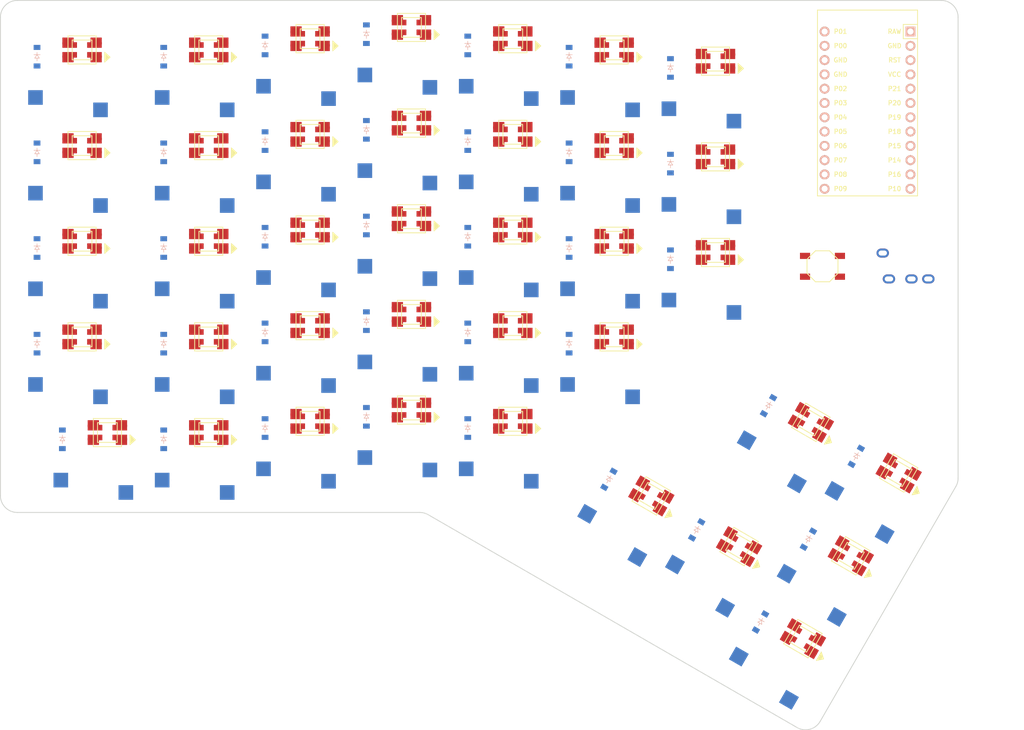
<source format=kicad_pcb>
(kicad_pcb (version 20171130) (host pcbnew 5.1.6)
  (title_block (title mrkeyboard_left) (rev v1.0.0) (company Unknown))
  (layers (0 F.Cu signal) (31 B.Cu signal) (34 B.Paste user) (35 F.Paste user) (36 B.SilkS user) (37 F.SilkS user) (38 B.Mask user) (39 F.Mask user) (44 Edge.Cuts user))
  (net 0 "")
  (net 1 "far_arrows")
  (net 2 "P20")
  (net 3 "far_bottom")
  (net 4 "far_home")
  (net 5 "far_top")
  (net 6 "far_number")
  (net 7 "pinkie_arrows")
  (net 8 "P19")
  (net 9 "pinkie_bottom")
  (net 10 "pinkie_home")
  (net 11 "pinkie_top")
  (net 12 "pinkie_number")
  (net 13 "ring_arrows")
  (net 14 "P18")
  (net 15 "ring_bottom")
  (net 16 "ring_home")
  (net 17 "ring_top")
  (net 18 "ring_number")
  (net 19 "middle_arrows")
  (net 20 "P15")
  (net 21 "middle_bottom")
  (net 22 "middle_home")
  (net 23 "middle_top")
  (net 24 "middle_number")
  (net 25 "index_arrows")
  (net 26 "P14")
  (net 27 "index_bottom")
  (net 28 "index_home")
  (net 29 "index_top")
  (net 30 "index_number")
  (net 31 "indexplus_bottom")
  (net 32 "P16")
  (net 33 "indexplus_home")
  (net 34 "indexplus_top")
  (net 35 "indexplus_number")
  (net 36 "inside_home")
  (net 37 "P10")
  (net 38 "inside_top")
  (net 39 "inside_number")
  (net 40 "inside_bottom")
  (net 41 "P7")
  (net 42 "center_bottom")
  (net 43 "center_top")
  (net 44 "outside_bottom")
  (net 45 "outside_middle")
  (net 46 "outside_top")
  (net 47 "P6")
  (net 48 "P5")
  (net 49 "P4")
  (net 50 "P3")
  (net 51 "P2")
  (net 52 "left_far_arrows_in")
  (net 53 "left_far_arrows_out")
  (net 54 "VCC")
  (net 55 "GND")
  (net 56 "left_far_bottom_in")
  (net 57 "left_far_bottom_out")
  (net 58 "left_far_home_in")
  (net 59 "left_far_home_out")
  (net 60 "left_far_top_in")
  (net 61 "left_far_top_out")
  (net 62 "left_far_number_in")
  (net 63 "left_far_number_out")
  (net 64 "left_pinkie_arrows_in")
  (net 65 "left_pinkie_arrows_out")
  (net 66 "left_pinkie_bottom_in")
  (net 67 "left_pinkie_bottom_out")
  (net 68 "left_pinkie_home_in")
  (net 69 "left_pinkie_home_out")
  (net 70 "left_pinkie_top_in")
  (net 71 "left_pinkie_top_out")
  (net 72 "left_pinkie_number_in")
  (net 73 "left_pinkie_number_out")
  (net 74 "left_ring_arrows_in")
  (net 75 "left_ring_arrows_out")
  (net 76 "left_ring_bottom_in")
  (net 77 "left_ring_bottom_out")
  (net 78 "left_ring_home_in")
  (net 79 "left_ring_home_out")
  (net 80 "left_ring_top_in")
  (net 81 "left_ring_top_out")
  (net 82 "left_ring_number_in")
  (net 83 "left_ring_number_out")
  (net 84 "left_middle_arrows_in")
  (net 85 "left_middle_arrows_out")
  (net 86 "left_middle_bottom_in")
  (net 87 "left_middle_bottom_out")
  (net 88 "left_middle_home_in")
  (net 89 "left_middle_home_out")
  (net 90 "left_middle_top_in")
  (net 91 "left_middle_top_out")
  (net 92 "left_middle_number_in")
  (net 93 "left_middle_number_out")
  (net 94 "left_index_arrows_in")
  (net 95 "left_index_arrows_out")
  (net 96 "left_index_bottom_in")
  (net 97 "left_index_bottom_out")
  (net 98 "left_index_home_in")
  (net 99 "left_index_home_out")
  (net 100 "left_index_top_in")
  (net 101 "left_index_top_out")
  (net 102 "left_index_number_in")
  (net 103 "left_index_number_out")
  (net 104 "left_indexplus_bottom_in")
  (net 105 "left_indexplus_bottom_out")
  (net 106 "left_indexplus_home_in")
  (net 107 "left_indexplus_home_out")
  (net 108 "left_indexplus_top_in")
  (net 109 "left_indexplus_top_out")
  (net 110 "left_indexplus_number_in")
  (net 111 "left_indexplus_number_out")
  (net 112 "left_inside_home_in")
  (net 113 "left_inside_home_out")
  (net 114 "left_inside_top_in")
  (net 115 "left_inside_top_out")
  (net 116 "left_inside_number_in")
  (net 117 "left_inside_number_out")
  (net 118 "left_thumb_inside_bottom_in")
  (net 119 "left_thumb_inside_bottom_out")
  (net 120 "left_thumb_center_bottom_in")
  (net 121 "left_thumb_center_bottom_out")
  (net 122 "left_thumb_center_top_in")
  (net 123 "left_thumb_center_top_out")
  (net 124 "left_thumb_outside_bottom_in")
  (net 125 "left_thumb_outside_bottom_out")
  (net 126 "left_thumb_outside_middle_in")
  (net 127 "left_thumb_outside_middle_out")
  (net 128 "left_thumb_outside_top_in")
  (net 129 "left_thumb_outside_top_out")
  (net 130 "RAW")
  (net 131 "RST")
  (net 132 "P21")
  (net 133 "P1")
  (net 134 "P0")
  (net 135 "P8")
  (net 136 "P9")
  (module PG1350 (layer F.Cu) (at 0 0 180)
    (fp_text reference "S1" hide)
    (fp_text value "" hide)
    (pad "" np_thru_hole circle (at 0 0) (size 3.429 3.429) (drill 3.429) (layers *.Cu *.Mask))
    (pad "" np_thru_hole circle (at 5.5 0) (size 1.7018 1.7018) (drill 1.7018) (layers *.Cu *.Mask))
    (pad "" np_thru_hole circle (at -5.5 0) (size 1.7018 1.7018) (drill 1.7018) (layers *.Cu *.Mask))
    (pad "" np_thru_hole circle (at 5 -3.75) (size 3 3) (drill 3) (layers *.Cu *.Mask))
    (pad "" np_thru_hole circle (at 0 -5.95) (size 3 3) (drill 3) (layers *.Cu *.Mask))
    (pad 1 smd rect (at -3.275 -5.95 180) (size 2.6 2.6) (layers B.Cu B.Paste B.Mask) (net 1 "far_arrows"))
    (pad 2 smd rect (at 8.275 -3.75 180) (size 2.6 2.6) (layers B.Cu B.Paste B.Mask) (net 2 "P20"))
  )
  (module PG1350 (layer F.Cu) (at -4.5 -17 180)
    (fp_text reference "S2" hide)
    (fp_text value "" hide)
    (pad "" np_thru_hole circle (at 0 0) (size 3.429 3.429) (drill 3.429) (layers *.Cu *.Mask))
    (pad "" np_thru_hole circle (at 5.5 0) (size 1.7018 1.7018) (drill 1.7018) (layers *.Cu *.Mask))
    (pad "" np_thru_hole circle (at -5.5 0) (size 1.7018 1.7018) (drill 1.7018) (layers *.Cu *.Mask))
    (pad "" np_thru_hole circle (at 5 -3.75) (size 3 3) (drill 3) (layers *.Cu *.Mask))
    (pad "" np_thru_hole circle (at 0 -5.95) (size 3 3) (drill 3) (layers *.Cu *.Mask))
    (pad 1 smd rect (at -3.275 -5.95 180) (size 2.6 2.6) (layers B.Cu B.Paste B.Mask) (net 3 "far_bottom"))
    (pad 2 smd rect (at 8.275 -3.75 180) (size 2.6 2.6) (layers B.Cu B.Paste B.Mask) (net 2 "P20"))
  )
  (module PG1350 (layer F.Cu) (at -4.5 -34 180)
    (fp_text reference "S3" hide)
    (fp_text value "" hide)
    (pad "" np_thru_hole circle (at 0 0) (size 3.429 3.429) (drill 3.429) (layers *.Cu *.Mask))
    (pad "" np_thru_hole circle (at 5.5 0) (size 1.7018 1.7018) (drill 1.7018) (layers *.Cu *.Mask))
    (pad "" np_thru_hole circle (at -5.5 0) (size 1.7018 1.7018) (drill 1.7018) (layers *.Cu *.Mask))
    (pad "" np_thru_hole circle (at 5 -3.75) (size 3 3) (drill 3) (layers *.Cu *.Mask))
    (pad "" np_thru_hole circle (at 0 -5.95) (size 3 3) (drill 3) (layers *.Cu *.Mask))
    (pad 1 smd rect (at -3.275 -5.95 180) (size 2.6 2.6) (layers B.Cu B.Paste B.Mask) (net 4 "far_home"))
    (pad 2 smd rect (at 8.275 -3.75 180) (size 2.6 2.6) (layers B.Cu B.Paste B.Mask) (net 2 "P20"))
  )
  (module PG1350 (layer F.Cu) (at -4.5 -51 180)
    (fp_text reference "S4" hide)
    (fp_text value "" hide)
    (pad "" np_thru_hole circle (at 0 0) (size 3.429 3.429) (drill 3.429) (layers *.Cu *.Mask))
    (pad "" np_thru_hole circle (at 5.5 0) (size 1.7018 1.7018) (drill 1.7018) (layers *.Cu *.Mask))
    (pad "" np_thru_hole circle (at -5.5 0) (size 1.7018 1.7018) (drill 1.7018) (layers *.Cu *.Mask))
    (pad "" np_thru_hole circle (at 5 -3.75) (size 3 3) (drill 3) (layers *.Cu *.Mask))
    (pad "" np_thru_hole circle (at 0 -5.95) (size 3 3) (drill 3) (layers *.Cu *.Mask))
    (pad 1 smd rect (at -3.275 -5.95 180) (size 2.6 2.6) (layers B.Cu B.Paste B.Mask) (net 5 "far_top"))
    (pad 2 smd rect (at 8.275 -3.75 180) (size 2.6 2.6) (layers B.Cu B.Paste B.Mask) (net 2 "P20"))
  )
  (module PG1350 (layer F.Cu) (at -4.5 -68 180)
    (fp_text reference "S5" hide)
    (fp_text value "" hide)
    (pad "" np_thru_hole circle (at 0 0) (size 3.429 3.429) (drill 3.429) (layers *.Cu *.Mask))
    (pad "" np_thru_hole circle (at 5.5 0) (size 1.7018 1.7018) (drill 1.7018) (layers *.Cu *.Mask))
    (pad "" np_thru_hole circle (at -5.5 0) (size 1.7018 1.7018) (drill 1.7018) (layers *.Cu *.Mask))
    (pad "" np_thru_hole circle (at 5 -3.75) (size 3 3) (drill 3) (layers *.Cu *.Mask))
    (pad "" np_thru_hole circle (at 0 -5.95) (size 3 3) (drill 3) (layers *.Cu *.Mask))
    (pad 1 smd rect (at -3.275 -5.95 180) (size 2.6 2.6) (layers B.Cu B.Paste B.Mask) (net 6 "far_number"))
    (pad 2 smd rect (at 8.275 -3.75 180) (size 2.6 2.6) (layers B.Cu B.Paste B.Mask) (net 2 "P20"))
  )
  (module PG1350 (layer F.Cu) (at 18 0 180)
    (fp_text reference "S6" hide)
    (fp_text value "" hide)
    (pad "" np_thru_hole circle (at 0 0) (size 3.429 3.429) (drill 3.429) (layers *.Cu *.Mask))
    (pad "" np_thru_hole circle (at 5.5 0) (size 1.7018 1.7018) (drill 1.7018) (layers *.Cu *.Mask))
    (pad "" np_thru_hole circle (at -5.5 0) (size 1.7018 1.7018) (drill 1.7018) (layers *.Cu *.Mask))
    (pad "" np_thru_hole circle (at 5 -3.75) (size 3 3) (drill 3) (layers *.Cu *.Mask))
    (pad "" np_thru_hole circle (at 0 -5.95) (size 3 3) (drill 3) (layers *.Cu *.Mask))
    (pad 1 smd rect (at -3.275 -5.95 180) (size 2.6 2.6) (layers B.Cu B.Paste B.Mask) (net 7 "pinkie_arrows"))
    (pad 2 smd rect (at 8.275 -3.75 180) (size 2.6 2.6) (layers B.Cu B.Paste B.Mask) (net 8 "P19"))
  )
  (module PG1350 (layer F.Cu) (at 18 -17 180)
    (fp_text reference "S7" hide)
    (fp_text value "" hide)
    (pad "" np_thru_hole circle (at 0 0) (size 3.429 3.429) (drill 3.429) (layers *.Cu *.Mask))
    (pad "" np_thru_hole circle (at 5.5 0) (size 1.7018 1.7018) (drill 1.7018) (layers *.Cu *.Mask))
    (pad "" np_thru_hole circle (at -5.5 0) (size 1.7018 1.7018) (drill 1.7018) (layers *.Cu *.Mask))
    (pad "" np_thru_hole circle (at 5 -3.75) (size 3 3) (drill 3) (layers *.Cu *.Mask))
    (pad "" np_thru_hole circle (at 0 -5.95) (size 3 3) (drill 3) (layers *.Cu *.Mask))
    (pad 1 smd rect (at -3.275 -5.95 180) (size 2.6 2.6) (layers B.Cu B.Paste B.Mask) (net 9 "pinkie_bottom"))
    (pad 2 smd rect (at 8.275 -3.75 180) (size 2.6 2.6) (layers B.Cu B.Paste B.Mask) (net 8 "P19"))
  )
  (module PG1350 (layer F.Cu) (at 18 -34 180)
    (fp_text reference "S8" hide)
    (fp_text value "" hide)
    (pad "" np_thru_hole circle (at 0 0) (size 3.429 3.429) (drill 3.429) (layers *.Cu *.Mask))
    (pad "" np_thru_hole circle (at 5.5 0) (size 1.7018 1.7018) (drill 1.7018) (layers *.Cu *.Mask))
    (pad "" np_thru_hole circle (at -5.5 0) (size 1.7018 1.7018) (drill 1.7018) (layers *.Cu *.Mask))
    (pad "" np_thru_hole circle (at 5 -3.75) (size 3 3) (drill 3) (layers *.Cu *.Mask))
    (pad "" np_thru_hole circle (at 0 -5.95) (size 3 3) (drill 3) (layers *.Cu *.Mask))
    (pad 1 smd rect (at -3.275 -5.95 180) (size 2.6 2.6) (layers B.Cu B.Paste B.Mask) (net 10 "pinkie_home"))
    (pad 2 smd rect (at 8.275 -3.75 180) (size 2.6 2.6) (layers B.Cu B.Paste B.Mask) (net 8 "P19"))
  )
  (module PG1350 (layer F.Cu) (at 18 -51 180)
    (fp_text reference "S9" hide)
    (fp_text value "" hide)
    (pad "" np_thru_hole circle (at 0 0) (size 3.429 3.429) (drill 3.429) (layers *.Cu *.Mask))
    (pad "" np_thru_hole circle (at 5.5 0) (size 1.7018 1.7018) (drill 1.7018) (layers *.Cu *.Mask))
    (pad "" np_thru_hole circle (at -5.5 0) (size 1.7018 1.7018) (drill 1.7018) (layers *.Cu *.Mask))
    (pad "" np_thru_hole circle (at 5 -3.75) (size 3 3) (drill 3) (layers *.Cu *.Mask))
    (pad "" np_thru_hole circle (at 0 -5.95) (size 3 3) (drill 3) (layers *.Cu *.Mask))
    (pad 1 smd rect (at -3.275 -5.95 180) (size 2.6 2.6) (layers B.Cu B.Paste B.Mask) (net 11 "pinkie_top"))
    (pad 2 smd rect (at 8.275 -3.75 180) (size 2.6 2.6) (layers B.Cu B.Paste B.Mask) (net 8 "P19"))
  )
  (module PG1350 (layer F.Cu) (at 18 -68 180)
    (fp_text reference "S10" hide)
    (fp_text value "" hide)
    (pad "" np_thru_hole circle (at 0 0) (size 3.429 3.429) (drill 3.429) (layers *.Cu *.Mask))
    (pad "" np_thru_hole circle (at 5.5 0) (size 1.7018 1.7018) (drill 1.7018) (layers *.Cu *.Mask))
    (pad "" np_thru_hole circle (at -5.5 0) (size 1.7018 1.7018) (drill 1.7018) (layers *.Cu *.Mask))
    (pad "" np_thru_hole circle (at 5 -3.75) (size 3 3) (drill 3) (layers *.Cu *.Mask))
    (pad "" np_thru_hole circle (at 0 -5.95) (size 3 3) (drill 3) (layers *.Cu *.Mask))
    (pad 1 smd rect (at -3.275 -5.95 180) (size 2.6 2.6) (layers B.Cu B.Paste B.Mask) (net 12 "pinkie_number"))
    (pad 2 smd rect (at 8.275 -3.75 180) (size 2.6 2.6) (layers B.Cu B.Paste B.Mask) (net 8 "P19"))
  )
  (module PG1350 (layer F.Cu) (at 36 -2 180)
    (fp_text reference "S11" hide)
    (fp_text value "" hide)
    (pad "" np_thru_hole circle (at 0 0) (size 3.429 3.429) (drill 3.429) (layers *.Cu *.Mask))
    (pad "" np_thru_hole circle (at 5.5 0) (size 1.7018 1.7018) (drill 1.7018) (layers *.Cu *.Mask))
    (pad "" np_thru_hole circle (at -5.5 0) (size 1.7018 1.7018) (drill 1.7018) (layers *.Cu *.Mask))
    (pad "" np_thru_hole circle (at 5 -3.75) (size 3 3) (drill 3) (layers *.Cu *.Mask))
    (pad "" np_thru_hole circle (at 0 -5.95) (size 3 3) (drill 3) (layers *.Cu *.Mask))
    (pad 1 smd rect (at -3.275 -5.95 180) (size 2.6 2.6) (layers B.Cu B.Paste B.Mask) (net 13 "ring_arrows"))
    (pad 2 smd rect (at 8.275 -3.75 180) (size 2.6 2.6) (layers B.Cu B.Paste B.Mask) (net 14 "P18"))
  )
  (module PG1350 (layer F.Cu) (at 36 -19 180)
    (fp_text reference "S12" hide)
    (fp_text value "" hide)
    (pad "" np_thru_hole circle (at 0 0) (size 3.429 3.429) (drill 3.429) (layers *.Cu *.Mask))
    (pad "" np_thru_hole circle (at 5.5 0) (size 1.7018 1.7018) (drill 1.7018) (layers *.Cu *.Mask))
    (pad "" np_thru_hole circle (at -5.5 0) (size 1.7018 1.7018) (drill 1.7018) (layers *.Cu *.Mask))
    (pad "" np_thru_hole circle (at 5 -3.75) (size 3 3) (drill 3) (layers *.Cu *.Mask))
    (pad "" np_thru_hole circle (at 0 -5.95) (size 3 3) (drill 3) (layers *.Cu *.Mask))
    (pad 1 smd rect (at -3.275 -5.95 180) (size 2.6 2.6) (layers B.Cu B.Paste B.Mask) (net 15 "ring_bottom"))
    (pad 2 smd rect (at 8.275 -3.75 180) (size 2.6 2.6) (layers B.Cu B.Paste B.Mask) (net 14 "P18"))
  )
  (module PG1350 (layer F.Cu) (at 36 -36 180)
    (fp_text reference "S13" hide)
    (fp_text value "" hide)
    (pad "" np_thru_hole circle (at 0 0) (size 3.429 3.429) (drill 3.429) (layers *.Cu *.Mask))
    (pad "" np_thru_hole circle (at 5.5 0) (size 1.7018 1.7018) (drill 1.7018) (layers *.Cu *.Mask))
    (pad "" np_thru_hole circle (at -5.5 0) (size 1.7018 1.7018) (drill 1.7018) (layers *.Cu *.Mask))
    (pad "" np_thru_hole circle (at 5 -3.75) (size 3 3) (drill 3) (layers *.Cu *.Mask))
    (pad "" np_thru_hole circle (at 0 -5.95) (size 3 3) (drill 3) (layers *.Cu *.Mask))
    (pad 1 smd rect (at -3.275 -5.95 180) (size 2.6 2.6) (layers B.Cu B.Paste B.Mask) (net 16 "ring_home"))
    (pad 2 smd rect (at 8.275 -3.75 180) (size 2.6 2.6) (layers B.Cu B.Paste B.Mask) (net 14 "P18"))
  )
  (module PG1350 (layer F.Cu) (at 36 -53 180)
    (fp_text reference "S14" hide)
    (fp_text value "" hide)
    (pad "" np_thru_hole circle (at 0 0) (size 3.429 3.429) (drill 3.429) (layers *.Cu *.Mask))
    (pad "" np_thru_hole circle (at 5.5 0) (size 1.7018 1.7018) (drill 1.7018) (layers *.Cu *.Mask))
    (pad "" np_thru_hole circle (at -5.5 0) (size 1.7018 1.7018) (drill 1.7018) (layers *.Cu *.Mask))
    (pad "" np_thru_hole circle (at 5 -3.75) (size 3 3) (drill 3) (layers *.Cu *.Mask))
    (pad "" np_thru_hole circle (at 0 -5.95) (size 3 3) (drill 3) (layers *.Cu *.Mask))
    (pad 1 smd rect (at -3.275 -5.95 180) (size 2.6 2.6) (layers B.Cu B.Paste B.Mask) (net 17 "ring_top"))
    (pad 2 smd rect (at 8.275 -3.75 180) (size 2.6 2.6) (layers B.Cu B.Paste B.Mask) (net 14 "P18"))
  )
  (module PG1350 (layer F.Cu) (at 36 -70 180)
    (fp_text reference "S15" hide)
    (fp_text value "" hide)
    (pad "" np_thru_hole circle (at 0 0) (size 3.429 3.429) (drill 3.429) (layers *.Cu *.Mask))
    (pad "" np_thru_hole circle (at 5.5 0) (size 1.7018 1.7018) (drill 1.7018) (layers *.Cu *.Mask))
    (pad "" np_thru_hole circle (at -5.5 0) (size 1.7018 1.7018) (drill 1.7018) (layers *.Cu *.Mask))
    (pad "" np_thru_hole circle (at 5 -3.75) (size 3 3) (drill 3) (layers *.Cu *.Mask))
    (pad "" np_thru_hole circle (at 0 -5.95) (size 3 3) (drill 3) (layers *.Cu *.Mask))
    (pad 1 smd rect (at -3.275 -5.95 180) (size 2.6 2.6) (layers B.Cu B.Paste B.Mask) (net 18 "ring_number"))
    (pad 2 smd rect (at 8.275 -3.75 180) (size 2.6 2.6) (layers B.Cu B.Paste B.Mask) (net 14 "P18"))
  )
  (module PG1350 (layer F.Cu) (at 54 -4 180)
    (fp_text reference "S16" hide)
    (fp_text value "" hide)
    (pad "" np_thru_hole circle (at 0 0) (size 3.429 3.429) (drill 3.429) (layers *.Cu *.Mask))
    (pad "" np_thru_hole circle (at 5.5 0) (size 1.7018 1.7018) (drill 1.7018) (layers *.Cu *.Mask))
    (pad "" np_thru_hole circle (at -5.5 0) (size 1.7018 1.7018) (drill 1.7018) (layers *.Cu *.Mask))
    (pad "" np_thru_hole circle (at 5 -3.75) (size 3 3) (drill 3) (layers *.Cu *.Mask))
    (pad "" np_thru_hole circle (at 0 -5.95) (size 3 3) (drill 3) (layers *.Cu *.Mask))
    (pad 1 smd rect (at -3.275 -5.95 180) (size 2.6 2.6) (layers B.Cu B.Paste B.Mask) (net 19 "middle_arrows"))
    (pad 2 smd rect (at 8.275 -3.75 180) (size 2.6 2.6) (layers B.Cu B.Paste B.Mask) (net 20 "P15"))
  )
  (module PG1350 (layer F.Cu) (at 54 -21 180)
    (fp_text reference "S17" hide)
    (fp_text value "" hide)
    (pad "" np_thru_hole circle (at 0 0) (size 3.429 3.429) (drill 3.429) (layers *.Cu *.Mask))
    (pad "" np_thru_hole circle (at 5.5 0) (size 1.7018 1.7018) (drill 1.7018) (layers *.Cu *.Mask))
    (pad "" np_thru_hole circle (at -5.5 0) (size 1.7018 1.7018) (drill 1.7018) (layers *.Cu *.Mask))
    (pad "" np_thru_hole circle (at 5 -3.75) (size 3 3) (drill 3) (layers *.Cu *.Mask))
    (pad "" np_thru_hole circle (at 0 -5.95) (size 3 3) (drill 3) (layers *.Cu *.Mask))
    (pad 1 smd rect (at -3.275 -5.95 180) (size 2.6 2.6) (layers B.Cu B.Paste B.Mask) (net 21 "middle_bottom"))
    (pad 2 smd rect (at 8.275 -3.75 180) (size 2.6 2.6) (layers B.Cu B.Paste B.Mask) (net 20 "P15"))
  )
  (module PG1350 (layer F.Cu) (at 54 -38 180)
    (fp_text reference "S18" hide)
    (fp_text value "" hide)
    (pad "" np_thru_hole circle (at 0 0) (size 3.429 3.429) (drill 3.429) (layers *.Cu *.Mask))
    (pad "" np_thru_hole circle (at 5.5 0) (size 1.7018 1.7018) (drill 1.7018) (layers *.Cu *.Mask))
    (pad "" np_thru_hole circle (at -5.5 0) (size 1.7018 1.7018) (drill 1.7018) (layers *.Cu *.Mask))
    (pad "" np_thru_hole circle (at 5 -3.75) (size 3 3) (drill 3) (layers *.Cu *.Mask))
    (pad "" np_thru_hole circle (at 0 -5.95) (size 3 3) (drill 3) (layers *.Cu *.Mask))
    (pad 1 smd rect (at -3.275 -5.95 180) (size 2.6 2.6) (layers B.Cu B.Paste B.Mask) (net 22 "middle_home"))
    (pad 2 smd rect (at 8.275 -3.75 180) (size 2.6 2.6) (layers B.Cu B.Paste B.Mask) (net 20 "P15"))
  )
  (module PG1350 (layer F.Cu) (at 54 -55 180)
    (fp_text reference "S19" hide)
    (fp_text value "" hide)
    (pad "" np_thru_hole circle (at 0 0) (size 3.429 3.429) (drill 3.429) (layers *.Cu *.Mask))
    (pad "" np_thru_hole circle (at 5.5 0) (size 1.7018 1.7018) (drill 1.7018) (layers *.Cu *.Mask))
    (pad "" np_thru_hole circle (at -5.5 0) (size 1.7018 1.7018) (drill 1.7018) (layers *.Cu *.Mask))
    (pad "" np_thru_hole circle (at 5 -3.75) (size 3 3) (drill 3) (layers *.Cu *.Mask))
    (pad "" np_thru_hole circle (at 0 -5.95) (size 3 3) (drill 3) (layers *.Cu *.Mask))
    (pad 1 smd rect (at -3.275 -5.95 180) (size 2.6 2.6) (layers B.Cu B.Paste B.Mask) (net 23 "middle_top"))
    (pad 2 smd rect (at 8.275 -3.75 180) (size 2.6 2.6) (layers B.Cu B.Paste B.Mask) (net 20 "P15"))
  )
  (module PG1350 (layer F.Cu) (at 54 -72 180)
    (fp_text reference "S20" hide)
    (fp_text value "" hide)
    (pad "" np_thru_hole circle (at 0 0) (size 3.429 3.429) (drill 3.429) (layers *.Cu *.Mask))
    (pad "" np_thru_hole circle (at 5.5 0) (size 1.7018 1.7018) (drill 1.7018) (layers *.Cu *.Mask))
    (pad "" np_thru_hole circle (at -5.5 0) (size 1.7018 1.7018) (drill 1.7018) (layers *.Cu *.Mask))
    (pad "" np_thru_hole circle (at 5 -3.75) (size 3 3) (drill 3) (layers *.Cu *.Mask))
    (pad "" np_thru_hole circle (at 0 -5.95) (size 3 3) (drill 3) (layers *.Cu *.Mask))
    (pad 1 smd rect (at -3.275 -5.95 180) (size 2.6 2.6) (layers B.Cu B.Paste B.Mask) (net 24 "middle_number"))
    (pad 2 smd rect (at 8.275 -3.75 180) (size 2.6 2.6) (layers B.Cu B.Paste B.Mask) (net 20 "P15"))
  )
  (module PG1350 (layer F.Cu) (at 72 -2 180)
    (fp_text reference "S21" hide)
    (fp_text value "" hide)
    (pad "" np_thru_hole circle (at 0 0) (size 3.429 3.429) (drill 3.429) (layers *.Cu *.Mask))
    (pad "" np_thru_hole circle (at 5.5 0) (size 1.7018 1.7018) (drill 1.7018) (layers *.Cu *.Mask))
    (pad "" np_thru_hole circle (at -5.5 0) (size 1.7018 1.7018) (drill 1.7018) (layers *.Cu *.Mask))
    (pad "" np_thru_hole circle (at 5 -3.75) (size 3 3) (drill 3) (layers *.Cu *.Mask))
    (pad "" np_thru_hole circle (at 0 -5.95) (size 3 3) (drill 3) (layers *.Cu *.Mask))
    (pad 1 smd rect (at -3.275 -5.95 180) (size 2.6 2.6) (layers B.Cu B.Paste B.Mask) (net 25 "index_arrows"))
    (pad 2 smd rect (at 8.275 -3.75 180) (size 2.6 2.6) (layers B.Cu B.Paste B.Mask) (net 26 "P14"))
  )
  (module PG1350 (layer F.Cu) (at 72 -19 180)
    (fp_text reference "S22" hide)
    (fp_text value "" hide)
    (pad "" np_thru_hole circle (at 0 0) (size 3.429 3.429) (drill 3.429) (layers *.Cu *.Mask))
    (pad "" np_thru_hole circle (at 5.5 0) (size 1.7018 1.7018) (drill 1.7018) (layers *.Cu *.Mask))
    (pad "" np_thru_hole circle (at -5.5 0) (size 1.7018 1.7018) (drill 1.7018) (layers *.Cu *.Mask))
    (pad "" np_thru_hole circle (at 5 -3.75) (size 3 3) (drill 3) (layers *.Cu *.Mask))
    (pad "" np_thru_hole circle (at 0 -5.95) (size 3 3) (drill 3) (layers *.Cu *.Mask))
    (pad 1 smd rect (at -3.275 -5.95 180) (size 2.6 2.6) (layers B.Cu B.Paste B.Mask) (net 27 "index_bottom"))
    (pad 2 smd rect (at 8.275 -3.75 180) (size 2.6 2.6) (layers B.Cu B.Paste B.Mask) (net 26 "P14"))
  )
  (module PG1350 (layer F.Cu) (at 72 -36 180)
    (fp_text reference "S23" hide)
    (fp_text value "" hide)
    (pad "" np_thru_hole circle (at 0 0) (size 3.429 3.429) (drill 3.429) (layers *.Cu *.Mask))
    (pad "" np_thru_hole circle (at 5.5 0) (size 1.7018 1.7018) (drill 1.7018) (layers *.Cu *.Mask))
    (pad "" np_thru_hole circle (at -5.5 0) (size 1.7018 1.7018) (drill 1.7018) (layers *.Cu *.Mask))
    (pad "" np_thru_hole circle (at 5 -3.75) (size 3 3) (drill 3) (layers *.Cu *.Mask))
    (pad "" np_thru_hole circle (at 0 -5.95) (size 3 3) (drill 3) (layers *.Cu *.Mask))
    (pad 1 smd rect (at -3.275 -5.95 180) (size 2.6 2.6) (layers B.Cu B.Paste B.Mask) (net 28 "index_home"))
    (pad 2 smd rect (at 8.275 -3.75 180) (size 2.6 2.6) (layers B.Cu B.Paste B.Mask) (net 26 "P14"))
  )
  (module PG1350 (layer F.Cu) (at 72 -53 180)
    (fp_text reference "S24" hide)
    (fp_text value "" hide)
    (pad "" np_thru_hole circle (at 0 0) (size 3.429 3.429) (drill 3.429) (layers *.Cu *.Mask))
    (pad "" np_thru_hole circle (at 5.5 0) (size 1.7018 1.7018) (drill 1.7018) (layers *.Cu *.Mask))
    (pad "" np_thru_hole circle (at -5.5 0) (size 1.7018 1.7018) (drill 1.7018) (layers *.Cu *.Mask))
    (pad "" np_thru_hole circle (at 5 -3.75) (size 3 3) (drill 3) (layers *.Cu *.Mask))
    (pad "" np_thru_hole circle (at 0 -5.95) (size 3 3) (drill 3) (layers *.Cu *.Mask))
    (pad 1 smd rect (at -3.275 -5.95 180) (size 2.6 2.6) (layers B.Cu B.Paste B.Mask) (net 29 "index_top"))
    (pad 2 smd rect (at 8.275 -3.75 180) (size 2.6 2.6) (layers B.Cu B.Paste B.Mask) (net 26 "P14"))
  )
  (module PG1350 (layer F.Cu) (at 72 -70 180)
    (fp_text reference "S25" hide)
    (fp_text value "" hide)
    (pad "" np_thru_hole circle (at 0 0) (size 3.429 3.429) (drill 3.429) (layers *.Cu *.Mask))
    (pad "" np_thru_hole circle (at 5.5 0) (size 1.7018 1.7018) (drill 1.7018) (layers *.Cu *.Mask))
    (pad "" np_thru_hole circle (at -5.5 0) (size 1.7018 1.7018) (drill 1.7018) (layers *.Cu *.Mask))
    (pad "" np_thru_hole circle (at 5 -3.75) (size 3 3) (drill 3) (layers *.Cu *.Mask))
    (pad "" np_thru_hole circle (at 0 -5.95) (size 3 3) (drill 3) (layers *.Cu *.Mask))
    (pad 1 smd rect (at -3.275 -5.95 180) (size 2.6 2.6) (layers B.Cu B.Paste B.Mask) (net 30 "index_number"))
    (pad 2 smd rect (at 8.275 -3.75 180) (size 2.6 2.6) (layers B.Cu B.Paste B.Mask) (net 26 "P14"))
  )
  (module PG1350 (layer F.Cu) (at 90 -17 180)
    (fp_text reference "S26" hide)
    (fp_text value "" hide)
    (pad "" np_thru_hole circle (at 0 0) (size 3.429 3.429) (drill 3.429) (layers *.Cu *.Mask))
    (pad "" np_thru_hole circle (at 5.5 0) (size 1.7018 1.7018) (drill 1.7018) (layers *.Cu *.Mask))
    (pad "" np_thru_hole circle (at -5.5 0) (size 1.7018 1.7018) (drill 1.7018) (layers *.Cu *.Mask))
    (pad "" np_thru_hole circle (at 5 -3.75) (size 3 3) (drill 3) (layers *.Cu *.Mask))
    (pad "" np_thru_hole circle (at 0 -5.95) (size 3 3) (drill 3) (layers *.Cu *.Mask))
    (pad 1 smd rect (at -3.275 -5.95 180) (size 2.6 2.6) (layers B.Cu B.Paste B.Mask) (net 31 "indexplus_bottom"))
    (pad 2 smd rect (at 8.275 -3.75 180) (size 2.6 2.6) (layers B.Cu B.Paste B.Mask) (net 32 "P16"))
  )
  (module PG1350 (layer F.Cu) (at 90 -34 180)
    (fp_text reference "S27" hide)
    (fp_text value "" hide)
    (pad "" np_thru_hole circle (at 0 0) (size 3.429 3.429) (drill 3.429) (layers *.Cu *.Mask))
    (pad "" np_thru_hole circle (at 5.5 0) (size 1.7018 1.7018) (drill 1.7018) (layers *.Cu *.Mask))
    (pad "" np_thru_hole circle (at -5.5 0) (size 1.7018 1.7018) (drill 1.7018) (layers *.Cu *.Mask))
    (pad "" np_thru_hole circle (at 5 -3.75) (size 3 3) (drill 3) (layers *.Cu *.Mask))
    (pad "" np_thru_hole circle (at 0 -5.95) (size 3 3) (drill 3) (layers *.Cu *.Mask))
    (pad 1 smd rect (at -3.275 -5.95 180) (size 2.6 2.6) (layers B.Cu B.Paste B.Mask) (net 33 "indexplus_home"))
    (pad 2 smd rect (at 8.275 -3.75 180) (size 2.6 2.6) (layers B.Cu B.Paste B.Mask) (net 32 "P16"))
  )
  (module PG1350 (layer F.Cu) (at 90 -51 180)
    (fp_text reference "S28" hide)
    (fp_text value "" hide)
    (pad "" np_thru_hole circle (at 0 0) (size 3.429 3.429) (drill 3.429) (layers *.Cu *.Mask))
    (pad "" np_thru_hole circle (at 5.5 0) (size 1.7018 1.7018) (drill 1.7018) (layers *.Cu *.Mask))
    (pad "" np_thru_hole circle (at -5.5 0) (size 1.7018 1.7018) (drill 1.7018) (layers *.Cu *.Mask))
    (pad "" np_thru_hole circle (at 5 -3.75) (size 3 3) (drill 3) (layers *.Cu *.Mask))
    (pad "" np_thru_hole circle (at 0 -5.95) (size 3 3) (drill 3) (layers *.Cu *.Mask))
    (pad 1 smd rect (at -3.275 -5.95 180) (size 2.6 2.6) (layers B.Cu B.Paste B.Mask) (net 34 "indexplus_top"))
    (pad 2 smd rect (at 8.275 -3.75 180) (size 2.6 2.6) (layers B.Cu B.Paste B.Mask) (net 32 "P16"))
  )
  (module PG1350 (layer F.Cu) (at 90 -68 180)
    (fp_text reference "S29" hide)
    (fp_text value "" hide)
    (pad "" np_thru_hole circle (at 0 0) (size 3.429 3.429) (drill 3.429) (layers *.Cu *.Mask))
    (pad "" np_thru_hole circle (at 5.5 0) (size 1.7018 1.7018) (drill 1.7018) (layers *.Cu *.Mask))
    (pad "" np_thru_hole circle (at -5.5 0) (size 1.7018 1.7018) (drill 1.7018) (layers *.Cu *.Mask))
    (pad "" np_thru_hole circle (at 5 -3.75) (size 3 3) (drill 3) (layers *.Cu *.Mask))
    (pad "" np_thru_hole circle (at 0 -5.95) (size 3 3) (drill 3) (layers *.Cu *.Mask))
    (pad 1 smd rect (at -3.275 -5.95 180) (size 2.6 2.6) (layers B.Cu B.Paste B.Mask) (net 35 "indexplus_number"))
    (pad 2 smd rect (at 8.275 -3.75 180) (size 2.6 2.6) (layers B.Cu B.Paste B.Mask) (net 32 "P16"))
  )
  (module PG1350 (layer F.Cu) (at 108 -32 180)
    (fp_text reference "S30" hide)
    (fp_text value "" hide)
    (pad "" np_thru_hole circle (at 0 0) (size 3.429 3.429) (drill 3.429) (layers *.Cu *.Mask))
    (pad "" np_thru_hole circle (at 5.5 0) (size 1.7018 1.7018) (drill 1.7018) (layers *.Cu *.Mask))
    (pad "" np_thru_hole circle (at -5.5 0) (size 1.7018 1.7018) (drill 1.7018) (layers *.Cu *.Mask))
    (pad "" np_thru_hole circle (at 5 -3.75) (size 3 3) (drill 3) (layers *.Cu *.Mask))
    (pad "" np_thru_hole circle (at 0 -5.95) (size 3 3) (drill 3) (layers *.Cu *.Mask))
    (pad 1 smd rect (at -3.275 -5.95 180) (size 2.6 2.6) (layers B.Cu B.Paste B.Mask) (net 36 "inside_home"))
    (pad 2 smd rect (at 8.275 -3.75 180) (size 2.6 2.6) (layers B.Cu B.Paste B.Mask) (net 37 "P10"))
  )
  (module PG1350 (layer F.Cu) (at 108 -49 180)
    (fp_text reference "S31" hide)
    (fp_text value "" hide)
    (pad "" np_thru_hole circle (at 0 0) (size 3.429 3.429) (drill 3.429) (layers *.Cu *.Mask))
    (pad "" np_thru_hole circle (at 5.5 0) (size 1.7018 1.7018) (drill 1.7018) (layers *.Cu *.Mask))
    (pad "" np_thru_hole circle (at -5.5 0) (size 1.7018 1.7018) (drill 1.7018) (layers *.Cu *.Mask))
    (pad "" np_thru_hole circle (at 5 -3.75) (size 3 3) (drill 3) (layers *.Cu *.Mask))
    (pad "" np_thru_hole circle (at 0 -5.95) (size 3 3) (drill 3) (layers *.Cu *.Mask))
    (pad 1 smd rect (at -3.275 -5.95 180) (size 2.6 2.6) (layers B.Cu B.Paste B.Mask) (net 38 "inside_top"))
    (pad 2 smd rect (at 8.275 -3.75 180) (size 2.6 2.6) (layers B.Cu B.Paste B.Mask) (net 37 "P10"))
  )
  (module PG1350 (layer F.Cu) (at 108 -66 180)
    (fp_text reference "S32" hide)
    (fp_text value "" hide)
    (pad "" np_thru_hole circle (at 0 0) (size 3.429 3.429) (drill 3.429) (layers *.Cu *.Mask))
    (pad "" np_thru_hole circle (at 5.5 0) (size 1.7018 1.7018) (drill 1.7018) (layers *.Cu *.Mask))
    (pad "" np_thru_hole circle (at -5.5 0) (size 1.7018 1.7018) (drill 1.7018) (layers *.Cu *.Mask))
    (pad "" np_thru_hole circle (at 5 -3.75) (size 3 3) (drill 3) (layers *.Cu *.Mask))
    (pad "" np_thru_hole circle (at 0 -5.95) (size 3 3) (drill 3) (layers *.Cu *.Mask))
    (pad 1 smd rect (at -3.275 -5.95 180) (size 2.6 2.6) (layers B.Cu B.Paste B.Mask) (net 39 "inside_number"))
    (pad 2 smd rect (at 8.275 -3.75 180) (size 2.6 2.6) (layers B.Cu B.Paste B.Mask) (net 37 "P10"))
  )
  (module PG1350 (layer F.Cu) (at 94.25 10.638784099999999 150)
    (fp_text reference "S33" hide)
    (fp_text value "" hide)
    (pad "" np_thru_hole circle (at 0 0) (size 3.429 3.429) (drill 3.429) (layers *.Cu *.Mask))
    (pad "" np_thru_hole circle (at 5.5 0) (size 1.7018 1.7018) (drill 1.7018) (layers *.Cu *.Mask))
    (pad "" np_thru_hole circle (at -5.5 0) (size 1.7018 1.7018) (drill 1.7018) (layers *.Cu *.Mask))
    (pad "" np_thru_hole circle (at 5 -3.75) (size 3 3) (drill 3) (layers *.Cu *.Mask))
    (pad "" np_thru_hole circle (at 0 -5.95) (size 3 3) (drill 3) (layers *.Cu *.Mask))
    (pad 1 smd rect (at -3.275 -5.95 150) (size 2.6 2.6) (layers B.Cu B.Paste B.Mask) (net 40 "inside_bottom"))
    (pad 2 smd rect (at 8.275 -3.75 150) (size 2.6 2.6) (layers B.Cu B.Paste B.Mask) (net 41 "P7"))
  )
  (module PG1350 (layer F.Cu) (at 109.8384573 19.6387841 150)
    (fp_text reference "S34" hide)
    (fp_text value "" hide)
    (pad "" np_thru_hole circle (at 0 0) (size 3.429 3.429) (drill 3.429) (layers *.Cu *.Mask))
    (pad "" np_thru_hole circle (at 5.5 0) (size 1.7018 1.7018) (drill 1.7018) (layers *.Cu *.Mask))
    (pad "" np_thru_hole circle (at -5.5 0) (size 1.7018 1.7018) (drill 1.7018) (layers *.Cu *.Mask))
    (pad "" np_thru_hole circle (at 5 -3.75) (size 3 3) (drill 3) (layers *.Cu *.Mask))
    (pad "" np_thru_hole circle (at 0 -5.95) (size 3 3) (drill 3) (layers *.Cu *.Mask))
    (pad 1 smd rect (at -3.275 -5.95 150) (size 2.6 2.6) (layers B.Cu B.Paste B.Mask) (net 42 "center_bottom"))
    (pad 2 smd rect (at 8.275 -3.75 150) (size 2.6 2.6) (layers B.Cu B.Paste B.Mask) (net 41 "P7"))
  )
  (module PG1350 (layer F.Cu) (at 122.5884573 -2.444863800000001 150)
    (fp_text reference "S35" hide)
    (fp_text value "" hide)
    (pad "" np_thru_hole circle (at 0 0) (size 3.429 3.429) (drill 3.429) (layers *.Cu *.Mask))
    (pad "" np_thru_hole circle (at 5.5 0) (size 1.7018 1.7018) (drill 1.7018) (layers *.Cu *.Mask))
    (pad "" np_thru_hole circle (at -5.5 0) (size 1.7018 1.7018) (drill 1.7018) (layers *.Cu *.Mask))
    (pad "" np_thru_hole circle (at 5 -3.75) (size 3 3) (drill 3) (layers *.Cu *.Mask))
    (pad "" np_thru_hole circle (at 0 -5.95) (size 3 3) (drill 3) (layers *.Cu *.Mask))
    (pad 1 smd rect (at -3.275 -5.95 150) (size 2.6 2.6) (layers B.Cu B.Paste B.Mask) (net 43 "center_top"))
    (pad 2 smd rect (at 8.275 -3.75 150) (size 2.6 2.6) (layers B.Cu B.Paste B.Mask) (net 37 "P10"))
  )
  (module PG1350 (layer F.Cu) (at 121.1769145 36 150)
    (fp_text reference "S36" hide)
    (fp_text value "" hide)
    (pad "" np_thru_hole circle (at 0 0) (size 3.429 3.429) (drill 3.429) (layers *.Cu *.Mask))
    (pad "" np_thru_hole circle (at 5.5 0) (size 1.7018 1.7018) (drill 1.7018) (layers *.Cu *.Mask))
    (pad "" np_thru_hole circle (at -5.5 0) (size 1.7018 1.7018) (drill 1.7018) (layers *.Cu *.Mask))
    (pad "" np_thru_hole circle (at 5 -3.75) (size 3 3) (drill 3) (layers *.Cu *.Mask))
    (pad "" np_thru_hole circle (at 0 -5.95) (size 3 3) (drill 3) (layers *.Cu *.Mask))
    (pad 1 smd rect (at -3.275 -5.95 150) (size 2.6 2.6) (layers B.Cu B.Paste B.Mask) (net 44 "outside_bottom"))
    (pad 2 smd rect (at 8.275 -3.75 150) (size 2.6 2.6) (layers B.Cu B.Paste B.Mask) (net 41 "P7"))
  )
  (module PG1350 (layer F.Cu) (at 129.6769145 21.2775681 150)
    (fp_text reference "S37" hide)
    (fp_text value "" hide)
    (pad "" np_thru_hole circle (at 0 0) (size 3.429 3.429) (drill 3.429) (layers *.Cu *.Mask))
    (pad "" np_thru_hole circle (at 5.5 0) (size 1.7018 1.7018) (drill 1.7018) (layers *.Cu *.Mask))
    (pad "" np_thru_hole circle (at -5.5 0) (size 1.7018 1.7018) (drill 1.7018) (layers *.Cu *.Mask))
    (pad "" np_thru_hole circle (at 5 -3.75) (size 3 3) (drill 3) (layers *.Cu *.Mask))
    (pad "" np_thru_hole circle (at 0 -5.95) (size 3 3) (drill 3) (layers *.Cu *.Mask))
    (pad 1 smd rect (at -3.275 -5.95 150) (size 2.6 2.6) (layers B.Cu B.Paste B.Mask) (net 45 "outside_middle"))
    (pad 2 smd rect (at 8.275 -3.75 150) (size 2.6 2.6) (layers B.Cu B.Paste B.Mask) (net 37 "P10"))
  )
  (module PG1350 (layer F.Cu) (at 138.1769145 6.5551362 150)
    (fp_text reference "S38" hide)
    (fp_text value "" hide)
    (pad "" np_thru_hole circle (at 0 0) (size 3.429 3.429) (drill 3.429) (layers *.Cu *.Mask))
    (pad "" np_thru_hole circle (at 5.5 0) (size 1.7018 1.7018) (drill 1.7018) (layers *.Cu *.Mask))
    (pad "" np_thru_hole circle (at -5.5 0) (size 1.7018 1.7018) (drill 1.7018) (layers *.Cu *.Mask))
    (pad "" np_thru_hole circle (at 5 -3.75) (size 3 3) (drill 3) (layers *.Cu *.Mask))
    (pad "" np_thru_hole circle (at 0 -5.95) (size 3 3) (drill 3) (layers *.Cu *.Mask))
    (pad 1 smd rect (at -3.275 -5.95 150) (size 2.6 2.6) (layers B.Cu B.Paste B.Mask) (net 46 "outside_top"))
    (pad 2 smd rect (at 8.275 -3.75 150) (size 2.6 2.6) (layers B.Cu B.Paste B.Mask) (net 41 "P7"))
  )
  (module ComboDiode (layer B.Cu) (at -8 -3.5 270)
    (fp_text reference "D1" hide)
    (fp_text value "" hide)
    (pad 2 smd rect (at 1.65 0 270) (size 0.9 1.2) (layers B.Cu B.Paste B.Mask) (net 1 "far_arrows"))
    (pad 1 smd rect (at -1.65 0 270) (size 0.9 1.2) (layers B.Cu B.Paste B.Mask) (net 47 "P6"))
  )
  (module ComboDiode (layer B.Cu) (at -12.5 -20.5 270)
    (fp_text reference "D2" hide)
    (fp_text value "" hide)
    (pad 2 smd rect (at 1.65 0 270) (size 0.9 1.2) (layers B.Cu B.Paste B.Mask) (net 3 "far_bottom"))
    (pad 1 smd rect (at -1.65 0 270) (size 0.9 1.2) (layers B.Cu B.Paste B.Mask) (net 48 "P5"))
  )
  (module ComboDiode (layer B.Cu) (at -12.5 -37.5 270)
    (fp_text reference "D3" hide)
    (fp_text value "" hide)
    (pad 2 smd rect (at 1.65 0 270) (size 0.9 1.2) (layers B.Cu B.Paste B.Mask) (net 4 "far_home"))
    (pad 1 smd rect (at -1.65 0 270) (size 0.9 1.2) (layers B.Cu B.Paste B.Mask) (net 49 "P4"))
  )
  (module ComboDiode (layer B.Cu) (at -12.5 -54.5 270)
    (fp_text reference "D4" hide)
    (fp_text value "" hide)
    (pad 2 smd rect (at 1.65 0 270) (size 0.9 1.2) (layers B.Cu B.Paste B.Mask) (net 5 "far_top"))
    (pad 1 smd rect (at -1.65 0 270) (size 0.9 1.2) (layers B.Cu B.Paste B.Mask) (net 50 "P3"))
  )
  (module ComboDiode (layer B.Cu) (at -12.5 -71.5 270)
    (fp_text reference "D5" hide)
    (fp_text value "" hide)
    (pad 2 smd rect (at 1.65 0 270) (size 0.9 1.2) (layers B.Cu B.Paste B.Mask) (net 6 "far_number"))
    (pad 1 smd rect (at -1.65 0 270) (size 0.9 1.2) (layers B.Cu B.Paste B.Mask) (net 51 "P2"))
  )
  (module ComboDiode (layer B.Cu) (at 10 -3.5 270)
    (fp_text reference "D6" hide)
    (fp_text value "" hide)
    (pad 2 smd rect (at 1.65 0 270) (size 0.9 1.2) (layers B.Cu B.Paste B.Mask) (net 7 "pinkie_arrows"))
    (pad 1 smd rect (at -1.65 0 270) (size 0.9 1.2) (layers B.Cu B.Paste B.Mask) (net 47 "P6"))
  )
  (module ComboDiode (layer B.Cu) (at 10 -20.5 270)
    (fp_text reference "D7" hide)
    (fp_text value "" hide)
    (pad 2 smd rect (at 1.65 0 270) (size 0.9 1.2) (layers B.Cu B.Paste B.Mask) (net 9 "pinkie_bottom"))
    (pad 1 smd rect (at -1.65 0 270) (size 0.9 1.2) (layers B.Cu B.Paste B.Mask) (net 48 "P5"))
  )
  (module ComboDiode (layer B.Cu) (at 10 -37.5 270)
    (fp_text reference "D8" hide)
    (fp_text value "" hide)
    (pad 2 smd rect (at 1.65 0 270) (size 0.9 1.2) (layers B.Cu B.Paste B.Mask) (net 10 "pinkie_home"))
    (pad 1 smd rect (at -1.65 0 270) (size 0.9 1.2) (layers B.Cu B.Paste B.Mask) (net 49 "P4"))
  )
  (module ComboDiode (layer B.Cu) (at 10 -54.5 270)
    (fp_text reference "D9" hide)
    (fp_text value "" hide)
    (pad 2 smd rect (at 1.65 0 270) (size 0.9 1.2) (layers B.Cu B.Paste B.Mask) (net 11 "pinkie_top"))
    (pad 1 smd rect (at -1.65 0 270) (size 0.9 1.2) (layers B.Cu B.Paste B.Mask) (net 50 "P3"))
  )
  (module ComboDiode (layer B.Cu) (at 10 -71.5 270)
    (fp_text reference "D10" hide)
    (fp_text value "" hide)
    (pad 2 smd rect (at 1.65 0 270) (size 0.9 1.2) (layers B.Cu B.Paste B.Mask) (net 12 "pinkie_number"))
    (pad 1 smd rect (at -1.65 0 270) (size 0.9 1.2) (layers B.Cu B.Paste B.Mask) (net 51 "P2"))
  )
  (module ComboDiode (layer B.Cu) (at 28 -5.5 270)
    (fp_text reference "D11" hide)
    (fp_text value "" hide)
    (pad 2 smd rect (at 1.65 0 270) (size 0.9 1.2) (layers B.Cu B.Paste B.Mask) (net 13 "ring_arrows"))
    (pad 1 smd rect (at -1.65 0 270) (size 0.9 1.2) (layers B.Cu B.Paste B.Mask) (net 47 "P6"))
  )
  (module ComboDiode (layer B.Cu) (at 28 -22.5 270)
    (fp_text reference "D12" hide)
    (fp_text value "" hide)
    (pad 2 smd rect (at 1.65 0 270) (size 0.9 1.2) (layers B.Cu B.Paste B.Mask) (net 15 "ring_bottom"))
    (pad 1 smd rect (at -1.65 0 270) (size 0.9 1.2) (layers B.Cu B.Paste B.Mask) (net 48 "P5"))
  )
  (module ComboDiode (layer B.Cu) (at 28 -39.5 270)
    (fp_text reference "D13" hide)
    (fp_text value "" hide)
    (pad 2 smd rect (at 1.65 0 270) (size 0.9 1.2) (layers B.Cu B.Paste B.Mask) (net 16 "ring_home"))
    (pad 1 smd rect (at -1.65 0 270) (size 0.9 1.2) (layers B.Cu B.Paste B.Mask) (net 49 "P4"))
  )
  (module ComboDiode (layer B.Cu) (at 28 -56.5 270)
    (fp_text reference "D14" hide)
    (fp_text value "" hide)
    (pad 2 smd rect (at 1.65 0 270) (size 0.9 1.2) (layers B.Cu B.Paste B.Mask) (net 17 "ring_top"))
    (pad 1 smd rect (at -1.65 0 270) (size 0.9 1.2) (layers B.Cu B.Paste B.Mask) (net 50 "P3"))
  )
  (module ComboDiode (layer B.Cu) (at 28 -73.5 270)
    (fp_text reference "D15" hide)
    (fp_text value "" hide)
    (pad 2 smd rect (at 1.65 0 270) (size 0.9 1.2) (layers B.Cu B.Paste B.Mask) (net 18 "ring_number"))
    (pad 1 smd rect (at -1.65 0 270) (size 0.9 1.2) (layers B.Cu B.Paste B.Mask) (net 51 "P2"))
  )
  (module ComboDiode (layer B.Cu) (at 46 -7.5 270)
    (fp_text reference "D16" hide)
    (fp_text value "" hide)
    (pad 2 smd rect (at 1.65 0 270) (size 0.9 1.2) (layers B.Cu B.Paste B.Mask) (net 19 "middle_arrows"))
    (pad 1 smd rect (at -1.65 0 270) (size 0.9 1.2) (layers B.Cu B.Paste B.Mask) (net 47 "P6"))
  )
  (module ComboDiode (layer B.Cu) (at 46 -24.5 270)
    (fp_text reference "D17" hide)
    (fp_text value "" hide)
    (pad 2 smd rect (at 1.65 0 270) (size 0.9 1.2) (layers B.Cu B.Paste B.Mask) (net 21 "middle_bottom"))
    (pad 1 smd rect (at -1.65 0 270) (size 0.9 1.2) (layers B.Cu B.Paste B.Mask) (net 48 "P5"))
  )
  (module ComboDiode (layer B.Cu) (at 46 -41.5 270)
    (fp_text reference "D18" hide)
    (fp_text value "" hide)
    (pad 2 smd rect (at 1.65 0 270) (size 0.9 1.2) (layers B.Cu B.Paste B.Mask) (net 22 "middle_home"))
    (pad 1 smd rect (at -1.65 0 270) (size 0.9 1.2) (layers B.Cu B.Paste B.Mask) (net 49 "P4"))
  )
  (module ComboDiode (layer B.Cu) (at 46 -58.5 270)
    (fp_text reference "D19" hide)
    (fp_text value "" hide)
    (pad 2 smd rect (at 1.65 0 270) (size 0.9 1.2) (layers B.Cu B.Paste B.Mask) (net 23 "middle_top"))
    (pad 1 smd rect (at -1.65 0 270) (size 0.9 1.2) (layers B.Cu B.Paste B.Mask) (net 50 "P3"))
  )
  (module ComboDiode (layer B.Cu) (at 46 -75.5 270)
    (fp_text reference "D20" hide)
    (fp_text value "" hide)
    (pad 2 smd rect (at 1.65 0 270) (size 0.9 1.2) (layers B.Cu B.Paste B.Mask) (net 24 "middle_number"))
    (pad 1 smd rect (at -1.65 0 270) (size 0.9 1.2) (layers B.Cu B.Paste B.Mask) (net 51 "P2"))
  )
  (module ComboDiode (layer B.Cu) (at 64 -5.5 270)
    (fp_text reference "D21" hide)
    (fp_text value "" hide)
    (pad 2 smd rect (at 1.65 0 270) (size 0.9 1.2) (layers B.Cu B.Paste B.Mask) (net 25 "index_arrows"))
    (pad 1 smd rect (at -1.65 0 270) (size 0.9 1.2) (layers B.Cu B.Paste B.Mask) (net 47 "P6"))
  )
  (module ComboDiode (layer B.Cu) (at 64 -22.5 270)
    (fp_text reference "D22" hide)
    (fp_text value "" hide)
    (pad 2 smd rect (at 1.65 0 270) (size 0.9 1.2) (layers B.Cu B.Paste B.Mask) (net 27 "index_bottom"))
    (pad 1 smd rect (at -1.65 0 270) (size 0.9 1.2) (layers B.Cu B.Paste B.Mask) (net 48 "P5"))
  )
  (module ComboDiode (layer B.Cu) (at 64 -39.5 270)
    (fp_text reference "D23" hide)
    (fp_text value "" hide)
    (pad 2 smd rect (at 1.65 0 270) (size 0.9 1.2) (layers B.Cu B.Paste B.Mask) (net 28 "index_home"))
    (pad 1 smd rect (at -1.65 0 270) (size 0.9 1.2) (layers B.Cu B.Paste B.Mask) (net 49 "P4"))
  )
  (module ComboDiode (layer B.Cu) (at 64 -56.5 270)
    (fp_text reference "D24" hide)
    (fp_text value "" hide)
    (pad 2 smd rect (at 1.65 0 270) (size 0.9 1.2) (layers B.Cu B.Paste B.Mask) (net 29 "index_top"))
    (pad 1 smd rect (at -1.65 0 270) (size 0.9 1.2) (layers B.Cu B.Paste B.Mask) (net 50 "P3"))
  )
  (module ComboDiode (layer B.Cu) (at 64 -73.5 270)
    (fp_text reference "D25" hide)
    (fp_text value "" hide)
    (pad 2 smd rect (at 1.65 0 270) (size 0.9 1.2) (layers B.Cu B.Paste B.Mask) (net 30 "index_number"))
    (pad 1 smd rect (at -1.65 0 270) (size 0.9 1.2) (layers B.Cu B.Paste B.Mask) (net 51 "P2"))
  )
  (module ComboDiode (layer B.Cu) (at 82 -20.5 270)
    (fp_text reference "D26" hide)
    (fp_text value "" hide)
    (pad 2 smd rect (at 1.65 0 270) (size 0.9 1.2) (layers B.Cu B.Paste B.Mask) (net 31 "indexplus_bottom"))
    (pad 1 smd rect (at -1.65 0 270) (size 0.9 1.2) (layers B.Cu B.Paste B.Mask) (net 48 "P5"))
  )
  (module ComboDiode (layer B.Cu) (at 82 -37.5 270)
    (fp_text reference "D27" hide)
    (fp_text value "" hide)
    (pad 2 smd rect (at 1.65 0 270) (size 0.9 1.2) (layers B.Cu B.Paste B.Mask) (net 33 "indexplus_home"))
    (pad 1 smd rect (at -1.65 0 270) (size 0.9 1.2) (layers B.Cu B.Paste B.Mask) (net 49 "P4"))
  )
  (module ComboDiode (layer B.Cu) (at 82 -54.5 270)
    (fp_text reference "D28" hide)
    (fp_text value "" hide)
    (pad 2 smd rect (at 1.65 0 270) (size 0.9 1.2) (layers B.Cu B.Paste B.Mask) (net 34 "indexplus_top"))
    (pad 1 smd rect (at -1.65 0 270) (size 0.9 1.2) (layers B.Cu B.Paste B.Mask) (net 50 "P3"))
  )
  (module ComboDiode (layer B.Cu) (at 82 -71.5 270)
    (fp_text reference "D29" hide)
    (fp_text value "" hide)
    (pad 2 smd rect (at 1.65 0 270) (size 0.9 1.2) (layers B.Cu B.Paste B.Mask) (net 35 "indexplus_number"))
    (pad 1 smd rect (at -1.65 0 270) (size 0.9 1.2) (layers B.Cu B.Paste B.Mask) (net 51 "P2"))
  )
  (module ComboDiode (layer B.Cu) (at 100 -35.5 270)
    (fp_text reference "D30" hide)
    (fp_text value "" hide)
    (pad 2 smd rect (at 1.65 0 270) (size 0.9 1.2) (layers B.Cu B.Paste B.Mask) (net 36 "inside_home"))
    (pad 1 smd rect (at -1.65 0 270) (size 0.9 1.2) (layers B.Cu B.Paste B.Mask) (net 49 "P4"))
  )
  (module ComboDiode (layer B.Cu) (at 100 -52.5 270)
    (fp_text reference "D31" hide)
    (fp_text value "" hide)
    (pad 2 smd rect (at 1.65 0 270) (size 0.9 1.2) (layers B.Cu B.Paste B.Mask) (net 38 "inside_top"))
    (pad 1 smd rect (at -1.65 0 270) (size 0.9 1.2) (layers B.Cu B.Paste B.Mask) (net 50 "P3"))
  )
  (module ComboDiode (layer B.Cu) (at 100 -69.5 270)
    (fp_text reference "D32" hide)
    (fp_text value "" hide)
    (pad 2 smd rect (at 1.65 0 270) (size 0.9 1.2) (layers B.Cu B.Paste B.Mask) (net 39 "inside_number"))
    (pad 1 smd rect (at -1.65 0 270) (size 0.9 1.2) (layers B.Cu B.Paste B.Mask) (net 51 "P2"))
  )
  (module ComboDiode (layer B.Cu) (at 89.0717968 3.6076951999999984 240)
    (fp_text reference "D33" hide)
    (fp_text value "" hide)
    (pad 2 smd rect (at 1.65 0 240) (size 0.9 1.2) (layers B.Cu B.Paste B.Mask) (net 40 "inside_bottom"))
    (pad 1 smd rect (at -1.65 0 240) (size 0.9 1.2) (layers B.Cu B.Paste B.Mask) (net 51 "P2"))
  )
  (module ComboDiode (layer B.Cu) (at 104.6602541 12.607695199999998 240)
    (fp_text reference "D34" hide)
    (fp_text value "" hide)
    (pad 2 smd rect (at 1.65 0 240) (size 0.9 1.2) (layers B.Cu B.Paste B.Mask) (net 42 "center_bottom"))
    (pad 1 smd rect (at -1.65 0 240) (size 0.9 1.2) (layers B.Cu B.Paste B.Mask) (net 50 "P3"))
  )
  (module ComboDiode (layer B.Cu) (at 117.4102541 -9.4759527 240)
    (fp_text reference "D35" hide)
    (fp_text value "" hide)
    (pad 2 smd rect (at 1.65 0 240) (size 0.9 1.2) (layers B.Cu B.Paste B.Mask) (net 43 "center_top"))
    (pad 1 smd rect (at -1.65 0 240) (size 0.9 1.2) (layers B.Cu B.Paste B.Mask) (net 47 "P6"))
  )
  (module ComboDiode (layer B.Cu) (at 115.9987113 28.9689111 240)
    (fp_text reference "D36" hide)
    (fp_text value "" hide)
    (pad 2 smd rect (at 1.65 0 240) (size 0.9 1.2) (layers B.Cu B.Paste B.Mask) (net 44 "outside_bottom"))
    (pad 1 smd rect (at -1.65 0 240) (size 0.9 1.2) (layers B.Cu B.Paste B.Mask) (net 49 "P4"))
  )
  (module ComboDiode (layer B.Cu) (at 124.49871130000001 14.2464792 240)
    (fp_text reference "D37" hide)
    (fp_text value "" hide)
    (pad 2 smd rect (at 1.65 0 240) (size 0.9 1.2) (layers B.Cu B.Paste B.Mask) (net 45 "outside_middle"))
    (pad 1 smd rect (at -1.65 0 240) (size 0.9 1.2) (layers B.Cu B.Paste B.Mask) (net 48 "P5"))
  )
  (module ComboDiode (layer B.Cu) (at 132.9987113 -0.47595270000000056 240)
    (fp_text reference "D38" hide)
    (fp_text value "" hide)
    (pad 2 smd rect (at 1.65 0 240) (size 0.9 1.2) (layers B.Cu B.Paste B.Mask) (net 46 "outside_top"))
    (pad 1 smd rect (at -1.65 0 240) (size 0.9 1.2) (layers B.Cu B.Paste B.Mask) (net 48 "P5"))
  )
  (module WS2812B (layer F.Cu) (at 0 -4.7 0)
    (fp_text reference "LED1" hide)
    (fp_text value "" hide)
    (pad 1 smd rect (at -2.2 -0.875 0) (size 2.6 1) (layers F.Cu F.Paste F.Mask) (net 54 "VCC"))
    (pad 2 smd rect (at -2.2 0.875 0) (size 2.6 1) (layers F.Cu F.Paste F.Mask) (net 53 "left_far_arrows_out"))
    (pad 3 smd rect (at 2.2 0.875 0) (size 2.6 1) (layers F.Cu F.Paste F.Mask) (net 55 "GND"))
    (pad 4 smd rect (at 2.2 -0.875 0) (size 2.6 1) (layers F.Cu F.Paste F.Mask) (net 52 "left_far_arrows_in"))
    (pad 11 smd rect (at -2.5 -1.6 0) (size 2 1.2) (layers F.Cu F.Paste F.Mask) (net 54 "VCC"))
    (pad 22 smd rect (at -2.5 1.6 0) (size 2 1.2) (layers F.Cu F.Paste F.Mask) (net 53 "left_far_arrows_out"))
    (pad 33 smd rect (at 2.5 1.6 0) (size 2 1.2) (layers F.Cu F.Paste F.Mask) (net 55 "GND"))
    (pad 44 smd rect (at 2.5 -1.6 0) (size 2 1.2) (layers F.Cu F.Paste F.Mask) (net 52 "left_far_arrows_in"))
  )
  (module WS2812B (layer F.Cu) (at -4.5 -21.7 0)
    (fp_text reference "LED2" hide)
    (fp_text value "" hide)
    (pad 1 smd rect (at -2.2 -0.875 0) (size 2.6 1) (layers F.Cu F.Paste F.Mask) (net 54 "VCC"))
    (pad 2 smd rect (at -2.2 0.875 0) (size 2.6 1) (layers F.Cu F.Paste F.Mask) (net 57 "left_far_bottom_out"))
    (pad 3 smd rect (at 2.2 0.875 0) (size 2.6 1) (layers F.Cu F.Paste F.Mask) (net 55 "GND"))
    (pad 4 smd rect (at 2.2 -0.875 0) (size 2.6 1) (layers F.Cu F.Paste F.Mask) (net 56 "left_far_bottom_in"))
    (pad 11 smd rect (at -2.5 -1.6 0) (size 2 1.2) (layers F.Cu F.Paste F.Mask) (net 54 "VCC"))
    (pad 22 smd rect (at -2.5 1.6 0) (size 2 1.2) (layers F.Cu F.Paste F.Mask) (net 57 "left_far_bottom_out"))
    (pad 33 smd rect (at 2.5 1.6 0) (size 2 1.2) (layers F.Cu F.Paste F.Mask) (net 55 "GND"))
    (pad 44 smd rect (at 2.5 -1.6 0) (size 2 1.2) (layers F.Cu F.Paste F.Mask) (net 56 "left_far_bottom_in"))
  )
  (module WS2812B (layer F.Cu) (at -4.5 -38.7 0)
    (fp_text reference "LED3" hide)
    (fp_text value "" hide)
    (pad 1 smd rect (at -2.2 -0.875 0) (size 2.6 1) (layers F.Cu F.Paste F.Mask) (net 54 "VCC"))
    (pad 2 smd rect (at -2.2 0.875 0) (size 2.6 1) (layers F.Cu F.Paste F.Mask) (net 59 "left_far_home_out"))
    (pad 3 smd rect (at 2.2 0.875 0) (size 2.6 1) (layers F.Cu F.Paste F.Mask) (net 55 "GND"))
    (pad 4 smd rect (at 2.2 -0.875 0) (size 2.6 1) (layers F.Cu F.Paste F.Mask) (net 58 "left_far_home_in"))
    (pad 11 smd rect (at -2.5 -1.6 0) (size 2 1.2) (layers F.Cu F.Paste F.Mask) (net 54 "VCC"))
    (pad 22 smd rect (at -2.5 1.6 0) (size 2 1.2) (layers F.Cu F.Paste F.Mask) (net 59 "left_far_home_out"))
    (pad 33 smd rect (at 2.5 1.6 0) (size 2 1.2) (layers F.Cu F.Paste F.Mask) (net 55 "GND"))
    (pad 44 smd rect (at 2.5 -1.6 0) (size 2 1.2) (layers F.Cu F.Paste F.Mask) (net 58 "left_far_home_in"))
  )
  (module WS2812B (layer F.Cu) (at -4.5 -55.7 0)
    (fp_text reference "LED4" hide)
    (fp_text value "" hide)
    (pad 1 smd rect (at -2.2 -0.875 0) (size 2.6 1) (layers F.Cu F.Paste F.Mask) (net 54 "VCC"))
    (pad 2 smd rect (at -2.2 0.875 0) (size 2.6 1) (layers F.Cu F.Paste F.Mask) (net 61 "left_far_top_out"))
    (pad 3 smd rect (at 2.2 0.875 0) (size 2.6 1) (layers F.Cu F.Paste F.Mask) (net 55 "GND"))
    (pad 4 smd rect (at 2.2 -0.875 0) (size 2.6 1) (layers F.Cu F.Paste F.Mask) (net 60 "left_far_top_in"))
    (pad 11 smd rect (at -2.5 -1.6 0) (size 2 1.2) (layers F.Cu F.Paste F.Mask) (net 54 "VCC"))
    (pad 22 smd rect (at -2.5 1.6 0) (size 2 1.2) (layers F.Cu F.Paste F.Mask) (net 61 "left_far_top_out"))
    (pad 33 smd rect (at 2.5 1.6 0) (size 2 1.2) (layers F.Cu F.Paste F.Mask) (net 55 "GND"))
    (pad 44 smd rect (at 2.5 -1.6 0) (size 2 1.2) (layers F.Cu F.Paste F.Mask) (net 60 "left_far_top_in"))
  )
  (module WS2812B (layer F.Cu) (at -4.5 -72.7 0)
    (fp_text reference "LED5" hide)
    (fp_text value "" hide)
    (pad 1 smd rect (at -2.2 -0.875 0) (size 2.6 1) (layers F.Cu F.Paste F.Mask) (net 54 "VCC"))
    (pad 2 smd rect (at -2.2 0.875 0) (size 2.6 1) (layers F.Cu F.Paste F.Mask) (net 63 "left_far_number_out"))
    (pad 3 smd rect (at 2.2 0.875 0) (size 2.6 1) (layers F.Cu F.Paste F.Mask) (net 55 "GND"))
    (pad 4 smd rect (at 2.2 -0.875 0) (size 2.6 1) (layers F.Cu F.Paste F.Mask) (net 62 "left_far_number_in"))
    (pad 11 smd rect (at -2.5 -1.6 0) (size 2 1.2) (layers F.Cu F.Paste F.Mask) (net 54 "VCC"))
    (pad 22 smd rect (at -2.5 1.6 0) (size 2 1.2) (layers F.Cu F.Paste F.Mask) (net 63 "left_far_number_out"))
    (pad 33 smd rect (at 2.5 1.6 0) (size 2 1.2) (layers F.Cu F.Paste F.Mask) (net 55 "GND"))
    (pad 44 smd rect (at 2.5 -1.6 0) (size 2 1.2) (layers F.Cu F.Paste F.Mask) (net 62 "left_far_number_in"))
  )
  (module WS2812B (layer F.Cu) (at 18 -4.7 0)
    (fp_text reference "LED6" hide)
    (fp_text value "" hide)
    (pad 1 smd rect (at -2.2 -0.875 0) (size 2.6 1) (layers F.Cu F.Paste F.Mask) (net 54 "VCC"))
    (pad 2 smd rect (at -2.2 0.875 0) (size 2.6 1) (layers F.Cu F.Paste F.Mask) (net 65 "left_pinkie_arrows_out"))
    (pad 3 smd rect (at 2.2 0.875 0) (size 2.6 1) (layers F.Cu F.Paste F.Mask) (net 55 "GND"))
    (pad 4 smd rect (at 2.2 -0.875 0) (size 2.6 1) (layers F.Cu F.Paste F.Mask) (net 64 "left_pinkie_arrows_in"))
    (pad 11 smd rect (at -2.5 -1.6 0) (size 2 1.2) (layers F.Cu F.Paste F.Mask) (net 54 "VCC"))
    (pad 22 smd rect (at -2.5 1.6 0) (size 2 1.2) (layers F.Cu F.Paste F.Mask) (net 65 "left_pinkie_arrows_out"))
    (pad 33 smd rect (at 2.5 1.6 0) (size 2 1.2) (layers F.Cu F.Paste F.Mask) (net 55 "GND"))
    (pad 44 smd rect (at 2.5 -1.6 0) (size 2 1.2) (layers F.Cu F.Paste F.Mask) (net 64 "left_pinkie_arrows_in"))
  )
  (module WS2812B (layer F.Cu) (at 18 -21.7 0)
    (fp_text reference "LED7" hide)
    (fp_text value "" hide)
    (pad 1 smd rect (at -2.2 -0.875 0) (size 2.6 1) (layers F.Cu F.Paste F.Mask) (net 54 "VCC"))
    (pad 2 smd rect (at -2.2 0.875 0) (size 2.6 1) (layers F.Cu F.Paste F.Mask) (net 67 "left_pinkie_bottom_out"))
    (pad 3 smd rect (at 2.2 0.875 0) (size 2.6 1) (layers F.Cu F.Paste F.Mask) (net 55 "GND"))
    (pad 4 smd rect (at 2.2 -0.875 0) (size 2.6 1) (layers F.Cu F.Paste F.Mask) (net 66 "left_pinkie_bottom_in"))
    (pad 11 smd rect (at -2.5 -1.6 0) (size 2 1.2) (layers F.Cu F.Paste F.Mask) (net 54 "VCC"))
    (pad 22 smd rect (at -2.5 1.6 0) (size 2 1.2) (layers F.Cu F.Paste F.Mask) (net 67 "left_pinkie_bottom_out"))
    (pad 33 smd rect (at 2.5 1.6 0) (size 2 1.2) (layers F.Cu F.Paste F.Mask) (net 55 "GND"))
    (pad 44 smd rect (at 2.5 -1.6 0) (size 2 1.2) (layers F.Cu F.Paste F.Mask) (net 66 "left_pinkie_bottom_in"))
  )
  (module WS2812B (layer F.Cu) (at 18 -38.7 0)
    (fp_text reference "LED8" hide)
    (fp_text value "" hide)
    (pad 1 smd rect (at -2.2 -0.875 0) (size 2.6 1) (layers F.Cu F.Paste F.Mask) (net 54 "VCC"))
    (pad 2 smd rect (at -2.2 0.875 0) (size 2.6 1) (layers F.Cu F.Paste F.Mask) (net 69 "left_pinkie_home_out"))
    (pad 3 smd rect (at 2.2 0.875 0) (size 2.6 1) (layers F.Cu F.Paste F.Mask) (net 55 "GND"))
    (pad 4 smd rect (at 2.2 -0.875 0) (size 2.6 1) (layers F.Cu F.Paste F.Mask) (net 68 "left_pinkie_home_in"))
    (pad 11 smd rect (at -2.5 -1.6 0) (size 2 1.2) (layers F.Cu F.Paste F.Mask) (net 54 "VCC"))
    (pad 22 smd rect (at -2.5 1.6 0) (size 2 1.2) (layers F.Cu F.Paste F.Mask) (net 69 "left_pinkie_home_out"))
    (pad 33 smd rect (at 2.5 1.6 0) (size 2 1.2) (layers F.Cu F.Paste F.Mask) (net 55 "GND"))
    (pad 44 smd rect (at 2.5 -1.6 0) (size 2 1.2) (layers F.Cu F.Paste F.Mask) (net 68 "left_pinkie_home_in"))
  )
  (module WS2812B (layer F.Cu) (at 18 -55.7 0)
    (fp_text reference "LED9" hide)
    (fp_text value "" hide)
    (pad 1 smd rect (at -2.2 -0.875 0) (size 2.6 1) (layers F.Cu F.Paste F.Mask) (net 54 "VCC"))
    (pad 2 smd rect (at -2.2 0.875 0) (size 2.6 1) (layers F.Cu F.Paste F.Mask) (net 71 "left_pinkie_top_out"))
    (pad 3 smd rect (at 2.2 0.875 0) (size 2.6 1) (layers F.Cu F.Paste F.Mask) (net 55 "GND"))
    (pad 4 smd rect (at 2.2 -0.875 0) (size 2.6 1) (layers F.Cu F.Paste F.Mask) (net 70 "left_pinkie_top_in"))
    (pad 11 smd rect (at -2.5 -1.6 0) (size 2 1.2) (layers F.Cu F.Paste F.Mask) (net 54 "VCC"))
    (pad 22 smd rect (at -2.5 1.6 0) (size 2 1.2) (layers F.Cu F.Paste F.Mask) (net 71 "left_pinkie_top_out"))
    (pad 33 smd rect (at 2.5 1.6 0) (size 2 1.2) (layers F.Cu F.Paste F.Mask) (net 55 "GND"))
    (pad 44 smd rect (at 2.5 -1.6 0) (size 2 1.2) (layers F.Cu F.Paste F.Mask) (net 70 "left_pinkie_top_in"))
  )
  (module WS2812B (layer F.Cu) (at 18 -72.7 0)
    (fp_text reference "LED10" hide)
    (fp_text value "" hide)
    (pad 1 smd rect (at -2.2 -0.875 0) (size 2.6 1) (layers F.Cu F.Paste F.Mask) (net 54 "VCC"))
    (pad 2 smd rect (at -2.2 0.875 0) (size 2.6 1) (layers F.Cu F.Paste F.Mask) (net 73 "left_pinkie_number_out"))
    (pad 3 smd rect (at 2.2 0.875 0) (size 2.6 1) (layers F.Cu F.Paste F.Mask) (net 55 "GND"))
    (pad 4 smd rect (at 2.2 -0.875 0) (size 2.6 1) (layers F.Cu F.Paste F.Mask) (net 72 "left_pinkie_number_in"))
    (pad 11 smd rect (at -2.5 -1.6 0) (size 2 1.2) (layers F.Cu F.Paste F.Mask) (net 54 "VCC"))
    (pad 22 smd rect (at -2.5 1.6 0) (size 2 1.2) (layers F.Cu F.Paste F.Mask) (net 73 "left_pinkie_number_out"))
    (pad 33 smd rect (at 2.5 1.6 0) (size 2 1.2) (layers F.Cu F.Paste F.Mask) (net 55 "GND"))
    (pad 44 smd rect (at 2.5 -1.6 0) (size 2 1.2) (layers F.Cu F.Paste F.Mask) (net 72 "left_pinkie_number_in"))
  )
  (module WS2812B (layer F.Cu) (at 36 -6.7 0)
    (fp_text reference "LED11" hide)
    (fp_text value "" hide)
    (pad 1 smd rect (at -2.2 -0.875 0) (size 2.6 1) (layers F.Cu F.Paste F.Mask) (net 54 "VCC"))
    (pad 2 smd rect (at -2.2 0.875 0) (size 2.6 1) (layers F.Cu F.Paste F.Mask) (net 75 "left_ring_arrows_out"))
    (pad 3 smd rect (at 2.2 0.875 0) (size 2.6 1) (layers F.Cu F.Paste F.Mask) (net 55 "GND"))
    (pad 4 smd rect (at 2.2 -0.875 0) (size 2.6 1) (layers F.Cu F.Paste F.Mask) (net 74 "left_ring_arrows_in"))
    (pad 11 smd rect (at -2.5 -1.6 0) (size 2 1.2) (layers F.Cu F.Paste F.Mask) (net 54 "VCC"))
    (pad 22 smd rect (at -2.5 1.6 0) (size 2 1.2) (layers F.Cu F.Paste F.Mask) (net 75 "left_ring_arrows_out"))
    (pad 33 smd rect (at 2.5 1.6 0) (size 2 1.2) (layers F.Cu F.Paste F.Mask) (net 55 "GND"))
    (pad 44 smd rect (at 2.5 -1.6 0) (size 2 1.2) (layers F.Cu F.Paste F.Mask) (net 74 "left_ring_arrows_in"))
  )
  (module WS2812B (layer F.Cu) (at 36 -23.7 0)
    (fp_text reference "LED12" hide)
    (fp_text value "" hide)
    (pad 1 smd rect (at -2.2 -0.875 0) (size 2.6 1) (layers F.Cu F.Paste F.Mask) (net 54 "VCC"))
    (pad 2 smd rect (at -2.2 0.875 0) (size 2.6 1) (layers F.Cu F.Paste F.Mask) (net 77 "left_ring_bottom_out"))
    (pad 3 smd rect (at 2.2 0.875 0) (size 2.6 1) (layers F.Cu F.Paste F.Mask) (net 55 "GND"))
    (pad 4 smd rect (at 2.2 -0.875 0) (size 2.6 1) (layers F.Cu F.Paste F.Mask) (net 76 "left_ring_bottom_in"))
    (pad 11 smd rect (at -2.5 -1.6 0) (size 2 1.2) (layers F.Cu F.Paste F.Mask) (net 54 "VCC"))
    (pad 22 smd rect (at -2.5 1.6 0) (size 2 1.2) (layers F.Cu F.Paste F.Mask) (net 77 "left_ring_bottom_out"))
    (pad 33 smd rect (at 2.5 1.6 0) (size 2 1.2) (layers F.Cu F.Paste F.Mask) (net 55 "GND"))
    (pad 44 smd rect (at 2.5 -1.6 0) (size 2 1.2) (layers F.Cu F.Paste F.Mask) (net 76 "left_ring_bottom_in"))
  )
  (module WS2812B (layer F.Cu) (at 36 -40.7 0)
    (fp_text reference "LED13" hide)
    (fp_text value "" hide)
    (pad 1 smd rect (at -2.2 -0.875 0) (size 2.6 1) (layers F.Cu F.Paste F.Mask) (net 54 "VCC"))
    (pad 2 smd rect (at -2.2 0.875 0) (size 2.6 1) (layers F.Cu F.Paste F.Mask) (net 79 "left_ring_home_out"))
    (pad 3 smd rect (at 2.2 0.875 0) (size 2.6 1) (layers F.Cu F.Paste F.Mask) (net 55 "GND"))
    (pad 4 smd rect (at 2.2 -0.875 0) (size 2.6 1) (layers F.Cu F.Paste F.Mask) (net 78 "left_ring_home_in"))
    (pad 11 smd rect (at -2.5 -1.6 0) (size 2 1.2) (layers F.Cu F.Paste F.Mask) (net 54 "VCC"))
    (pad 22 smd rect (at -2.5 1.6 0) (size 2 1.2) (layers F.Cu F.Paste F.Mask) (net 79 "left_ring_home_out"))
    (pad 33 smd rect (at 2.5 1.6 0) (size 2 1.2) (layers F.Cu F.Paste F.Mask) (net 55 "GND"))
    (pad 44 smd rect (at 2.5 -1.6 0) (size 2 1.2) (layers F.Cu F.Paste F.Mask) (net 78 "left_ring_home_in"))
  )
  (module WS2812B (layer F.Cu) (at 36 -57.7 0)
    (fp_text reference "LED14" hide)
    (fp_text value "" hide)
    (pad 1 smd rect (at -2.2 -0.875 0) (size 2.6 1) (layers F.Cu F.Paste F.Mask) (net 54 "VCC"))
    (pad 2 smd rect (at -2.2 0.875 0) (size 2.6 1) (layers F.Cu F.Paste F.Mask) (net 81 "left_ring_top_out"))
    (pad 3 smd rect (at 2.2 0.875 0) (size 2.6 1) (layers F.Cu F.Paste F.Mask) (net 55 "GND"))
    (pad 4 smd rect (at 2.2 -0.875 0) (size 2.6 1) (layers F.Cu F.Paste F.Mask) (net 80 "left_ring_top_in"))
    (pad 11 smd rect (at -2.5 -1.6 0) (size 2 1.2) (layers F.Cu F.Paste F.Mask) (net 54 "VCC"))
    (pad 22 smd rect (at -2.5 1.6 0) (size 2 1.2) (layers F.Cu F.Paste F.Mask) (net 81 "left_ring_top_out"))
    (pad 33 smd rect (at 2.5 1.6 0) (size 2 1.2) (layers F.Cu F.Paste F.Mask) (net 55 "GND"))
    (pad 44 smd rect (at 2.5 -1.6 0) (size 2 1.2) (layers F.Cu F.Paste F.Mask) (net 80 "left_ring_top_in"))
  )
  (module WS2812B (layer F.Cu) (at 36 -74.7 0)
    (fp_text reference "LED15" hide)
    (fp_text value "" hide)
    (pad 1 smd rect (at -2.2 -0.875 0) (size 2.6 1) (layers F.Cu F.Paste F.Mask) (net 54 "VCC"))
    (pad 2 smd rect (at -2.2 0.875 0) (size 2.6 1) (layers F.Cu F.Paste F.Mask) (net 83 "left_ring_number_out"))
    (pad 3 smd rect (at 2.2 0.875 0) (size 2.6 1) (layers F.Cu F.Paste F.Mask) (net 55 "GND"))
    (pad 4 smd rect (at 2.2 -0.875 0) (size 2.6 1) (layers F.Cu F.Paste F.Mask) (net 82 "left_ring_number_in"))
    (pad 11 smd rect (at -2.5 -1.6 0) (size 2 1.2) (layers F.Cu F.Paste F.Mask) (net 54 "VCC"))
    (pad 22 smd rect (at -2.5 1.6 0) (size 2 1.2) (layers F.Cu F.Paste F.Mask) (net 83 "left_ring_number_out"))
    (pad 33 smd rect (at 2.5 1.6 0) (size 2 1.2) (layers F.Cu F.Paste F.Mask) (net 55 "GND"))
    (pad 44 smd rect (at 2.5 -1.6 0) (size 2 1.2) (layers F.Cu F.Paste F.Mask) (net 82 "left_ring_number_in"))
  )
  (module WS2812B (layer F.Cu) (at 54 -8.7 0)
    (fp_text reference "LED16" hide)
    (fp_text value "" hide)
    (pad 1 smd rect (at -2.2 -0.875 0) (size 2.6 1) (layers F.Cu F.Paste F.Mask) (net 54 "VCC"))
    (pad 2 smd rect (at -2.2 0.875 0) (size 2.6 1) (layers F.Cu F.Paste F.Mask) (net 85 "left_middle_arrows_out"))
    (pad 3 smd rect (at 2.2 0.875 0) (size 2.6 1) (layers F.Cu F.Paste F.Mask) (net 55 "GND"))
    (pad 4 smd rect (at 2.2 -0.875 0) (size 2.6 1) (layers F.Cu F.Paste F.Mask) (net 84 "left_middle_arrows_in"))
    (pad 11 smd rect (at -2.5 -1.6 0) (size 2 1.2) (layers F.Cu F.Paste F.Mask) (net 54 "VCC"))
    (pad 22 smd rect (at -2.5 1.6 0) (size 2 1.2) (layers F.Cu F.Paste F.Mask) (net 85 "left_middle_arrows_out"))
    (pad 33 smd rect (at 2.5 1.6 0) (size 2 1.2) (layers F.Cu F.Paste F.Mask) (net 55 "GND"))
    (pad 44 smd rect (at 2.5 -1.6 0) (size 2 1.2) (layers F.Cu F.Paste F.Mask) (net 84 "left_middle_arrows_in"))
  )
  (module WS2812B (layer F.Cu) (at 54 -25.7 0)
    (fp_text reference "LED17" hide)
    (fp_text value "" hide)
    (pad 1 smd rect (at -2.2 -0.875 0) (size 2.6 1) (layers F.Cu F.Paste F.Mask) (net 54 "VCC"))
    (pad 2 smd rect (at -2.2 0.875 0) (size 2.6 1) (layers F.Cu F.Paste F.Mask) (net 87 "left_middle_bottom_out"))
    (pad 3 smd rect (at 2.2 0.875 0) (size 2.6 1) (layers F.Cu F.Paste F.Mask) (net 55 "GND"))
    (pad 4 smd rect (at 2.2 -0.875 0) (size 2.6 1) (layers F.Cu F.Paste F.Mask) (net 86 "left_middle_bottom_in"))
    (pad 11 smd rect (at -2.5 -1.6 0) (size 2 1.2) (layers F.Cu F.Paste F.Mask) (net 54 "VCC"))
    (pad 22 smd rect (at -2.5 1.6 0) (size 2 1.2) (layers F.Cu F.Paste F.Mask) (net 87 "left_middle_bottom_out"))
    (pad 33 smd rect (at 2.5 1.6 0) (size 2 1.2) (layers F.Cu F.Paste F.Mask) (net 55 "GND"))
    (pad 44 smd rect (at 2.5 -1.6 0) (size 2 1.2) (layers F.Cu F.Paste F.Mask) (net 86 "left_middle_bottom_in"))
  )
  (module WS2812B (layer F.Cu) (at 54 -42.7 0)
    (fp_text reference "LED18" hide)
    (fp_text value "" hide)
    (pad 1 smd rect (at -2.2 -0.875 0) (size 2.6 1) (layers F.Cu F.Paste F.Mask) (net 54 "VCC"))
    (pad 2 smd rect (at -2.2 0.875 0) (size 2.6 1) (layers F.Cu F.Paste F.Mask) (net 89 "left_middle_home_out"))
    (pad 3 smd rect (at 2.2 0.875 0) (size 2.6 1) (layers F.Cu F.Paste F.Mask) (net 55 "GND"))
    (pad 4 smd rect (at 2.2 -0.875 0) (size 2.6 1) (layers F.Cu F.Paste F.Mask) (net 88 "left_middle_home_in"))
    (pad 11 smd rect (at -2.5 -1.6 0) (size 2 1.2) (layers F.Cu F.Paste F.Mask) (net 54 "VCC"))
    (pad 22 smd rect (at -2.5 1.6 0) (size 2 1.2) (layers F.Cu F.Paste F.Mask) (net 89 "left_middle_home_out"))
    (pad 33 smd rect (at 2.5 1.6 0) (size 2 1.2) (layers F.Cu F.Paste F.Mask) (net 55 "GND"))
    (pad 44 smd rect (at 2.5 -1.6 0) (size 2 1.2) (layers F.Cu F.Paste F.Mask) (net 88 "left_middle_home_in"))
  )
  (module WS2812B (layer F.Cu) (at 54 -59.7 0)
    (fp_text reference "LED19" hide)
    (fp_text value "" hide)
    (pad 1 smd rect (at -2.2 -0.875 0) (size 2.6 1) (layers F.Cu F.Paste F.Mask) (net 54 "VCC"))
    (pad 2 smd rect (at -2.2 0.875 0) (size 2.6 1) (layers F.Cu F.Paste F.Mask) (net 91 "left_middle_top_out"))
    (pad 3 smd rect (at 2.2 0.875 0) (size 2.6 1) (layers F.Cu F.Paste F.Mask) (net 55 "GND"))
    (pad 4 smd rect (at 2.2 -0.875 0) (size 2.6 1) (layers F.Cu F.Paste F.Mask) (net 90 "left_middle_top_in"))
    (pad 11 smd rect (at -2.5 -1.6 0) (size 2 1.2) (layers F.Cu F.Paste F.Mask) (net 54 "VCC"))
    (pad 22 smd rect (at -2.5 1.6 0) (size 2 1.2) (layers F.Cu F.Paste F.Mask) (net 91 "left_middle_top_out"))
    (pad 33 smd rect (at 2.5 1.6 0) (size 2 1.2) (layers F.Cu F.Paste F.Mask) (net 55 "GND"))
    (pad 44 smd rect (at 2.5 -1.6 0) (size 2 1.2) (layers F.Cu F.Paste F.Mask) (net 90 "left_middle_top_in"))
  )
  (module WS2812B (layer F.Cu) (at 54 -76.7 0)
    (fp_text reference "LED20" hide)
    (fp_text value "" hide)
    (pad 1 smd rect (at -2.2 -0.875 0) (size 2.6 1) (layers F.Cu F.Paste F.Mask) (net 54 "VCC"))
    (pad 2 smd rect (at -2.2 0.875 0) (size 2.6 1) (layers F.Cu F.Paste F.Mask) (net 93 "left_middle_number_out"))
    (pad 3 smd rect (at 2.2 0.875 0) (size 2.6 1) (layers F.Cu F.Paste F.Mask) (net 55 "GND"))
    (pad 4 smd rect (at 2.2 -0.875 0) (size 2.6 1) (layers F.Cu F.Paste F.Mask) (net 92 "left_middle_number_in"))
    (pad 11 smd rect (at -2.5 -1.6 0) (size 2 1.2) (layers F.Cu F.Paste F.Mask) (net 54 "VCC"))
    (pad 22 smd rect (at -2.5 1.6 0) (size 2 1.2) (layers F.Cu F.Paste F.Mask) (net 93 "left_middle_number_out"))
    (pad 33 smd rect (at 2.5 1.6 0) (size 2 1.2) (layers F.Cu F.Paste F.Mask) (net 55 "GND"))
    (pad 44 smd rect (at 2.5 -1.6 0) (size 2 1.2) (layers F.Cu F.Paste F.Mask) (net 92 "left_middle_number_in"))
  )
  (module WS2812B (layer F.Cu) (at 72 -6.7 0)
    (fp_text reference "LED21" hide)
    (fp_text value "" hide)
    (pad 1 smd rect (at -2.2 -0.875 0) (size 2.6 1) (layers F.Cu F.Paste F.Mask) (net 54 "VCC"))
    (pad 2 smd rect (at -2.2 0.875 0) (size 2.6 1) (layers F.Cu F.Paste F.Mask) (net 95 "left_index_arrows_out"))
    (pad 3 smd rect (at 2.2 0.875 0) (size 2.6 1) (layers F.Cu F.Paste F.Mask) (net 55 "GND"))
    (pad 4 smd rect (at 2.2 -0.875 0) (size 2.6 1) (layers F.Cu F.Paste F.Mask) (net 94 "left_index_arrows_in"))
    (pad 11 smd rect (at -2.5 -1.6 0) (size 2 1.2) (layers F.Cu F.Paste F.Mask) (net 54 "VCC"))
    (pad 22 smd rect (at -2.5 1.6 0) (size 2 1.2) (layers F.Cu F.Paste F.Mask) (net 95 "left_index_arrows_out"))
    (pad 33 smd rect (at 2.5 1.6 0) (size 2 1.2) (layers F.Cu F.Paste F.Mask) (net 55 "GND"))
    (pad 44 smd rect (at 2.5 -1.6 0) (size 2 1.2) (layers F.Cu F.Paste F.Mask) (net 94 "left_index_arrows_in"))
  )
  (module WS2812B (layer F.Cu) (at 72 -23.7 0)
    (fp_text reference "LED22" hide)
    (fp_text value "" hide)
    (pad 1 smd rect (at -2.2 -0.875 0) (size 2.6 1) (layers F.Cu F.Paste F.Mask) (net 54 "VCC"))
    (pad 2 smd rect (at -2.2 0.875 0) (size 2.6 1) (layers F.Cu F.Paste F.Mask) (net 97 "left_index_bottom_out"))
    (pad 3 smd rect (at 2.2 0.875 0) (size 2.6 1) (layers F.Cu F.Paste F.Mask) (net 55 "GND"))
    (pad 4 smd rect (at 2.2 -0.875 0) (size 2.6 1) (layers F.Cu F.Paste F.Mask) (net 96 "left_index_bottom_in"))
    (pad 11 smd rect (at -2.5 -1.6 0) (size 2 1.2) (layers F.Cu F.Paste F.Mask) (net 54 "VCC"))
    (pad 22 smd rect (at -2.5 1.6 0) (size 2 1.2) (layers F.Cu F.Paste F.Mask) (net 97 "left_index_bottom_out"))
    (pad 33 smd rect (at 2.5 1.6 0) (size 2 1.2) (layers F.Cu F.Paste F.Mask) (net 55 "GND"))
    (pad 44 smd rect (at 2.5 -1.6 0) (size 2 1.2) (layers F.Cu F.Paste F.Mask) (net 96 "left_index_bottom_in"))
  )
  (module WS2812B (layer F.Cu) (at 72 -40.7 0)
    (fp_text reference "LED23" hide)
    (fp_text value "" hide)
    (pad 1 smd rect (at -2.2 -0.875 0) (size 2.6 1) (layers F.Cu F.Paste F.Mask) (net 54 "VCC"))
    (pad 2 smd rect (at -2.2 0.875 0) (size 2.6 1) (layers F.Cu F.Paste F.Mask) (net 99 "left_index_home_out"))
    (pad 3 smd rect (at 2.2 0.875 0) (size 2.6 1) (layers F.Cu F.Paste F.Mask) (net 55 "GND"))
    (pad 4 smd rect (at 2.2 -0.875 0) (size 2.6 1) (layers F.Cu F.Paste F.Mask) (net 98 "left_index_home_in"))
    (pad 11 smd rect (at -2.5 -1.6 0) (size 2 1.2) (layers F.Cu F.Paste F.Mask) (net 54 "VCC"))
    (pad 22 smd rect (at -2.5 1.6 0) (size 2 1.2) (layers F.Cu F.Paste F.Mask) (net 99 "left_index_home_out"))
    (pad 33 smd rect (at 2.5 1.6 0) (size 2 1.2) (layers F.Cu F.Paste F.Mask) (net 55 "GND"))
    (pad 44 smd rect (at 2.5 -1.6 0) (size 2 1.2) (layers F.Cu F.Paste F.Mask) (net 98 "left_index_home_in"))
  )
  (module WS2812B (layer F.Cu) (at 72 -57.7 0)
    (fp_text reference "LED24" hide)
    (fp_text value "" hide)
    (pad 1 smd rect (at -2.2 -0.875 0) (size 2.6 1) (layers F.Cu F.Paste F.Mask) (net 54 "VCC"))
    (pad 2 smd rect (at -2.2 0.875 0) (size 2.6 1) (layers F.Cu F.Paste F.Mask) (net 101 "left_index_top_out"))
    (pad 3 smd rect (at 2.2 0.875 0) (size 2.6 1) (layers F.Cu F.Paste F.Mask) (net 55 "GND"))
    (pad 4 smd rect (at 2.2 -0.875 0) (size 2.6 1) (layers F.Cu F.Paste F.Mask) (net 100 "left_index_top_in"))
    (pad 11 smd rect (at -2.5 -1.6 0) (size 2 1.2) (layers F.Cu F.Paste F.Mask) (net 54 "VCC"))
    (pad 22 smd rect (at -2.5 1.6 0) (size 2 1.2) (layers F.Cu F.Paste F.Mask) (net 101 "left_index_top_out"))
    (pad 33 smd rect (at 2.5 1.6 0) (size 2 1.2) (layers F.Cu F.Paste F.Mask) (net 55 "GND"))
    (pad 44 smd rect (at 2.5 -1.6 0) (size 2 1.2) (layers F.Cu F.Paste F.Mask) (net 100 "left_index_top_in"))
  )
  (module WS2812B (layer F.Cu) (at 72 -74.7 0)
    (fp_text reference "LED25" hide)
    (fp_text value "" hide)
    (pad 1 smd rect (at -2.2 -0.875 0) (size 2.6 1) (layers F.Cu F.Paste F.Mask) (net 54 "VCC"))
    (pad 2 smd rect (at -2.2 0.875 0) (size 2.6 1) (layers F.Cu F.Paste F.Mask) (net 103 "left_index_number_out"))
    (pad 3 smd rect (at 2.2 0.875 0) (size 2.6 1) (layers F.Cu F.Paste F.Mask) (net 55 "GND"))
    (pad 4 smd rect (at 2.2 -0.875 0) (size 2.6 1) (layers F.Cu F.Paste F.Mask) (net 102 "left_index_number_in"))
    (pad 11 smd rect (at -2.5 -1.6 0) (size 2 1.2) (layers F.Cu F.Paste F.Mask) (net 54 "VCC"))
    (pad 22 smd rect (at -2.5 1.6 0) (size 2 1.2) (layers F.Cu F.Paste F.Mask) (net 103 "left_index_number_out"))
    (pad 33 smd rect (at 2.5 1.6 0) (size 2 1.2) (layers F.Cu F.Paste F.Mask) (net 55 "GND"))
    (pad 44 smd rect (at 2.5 -1.6 0) (size 2 1.2) (layers F.Cu F.Paste F.Mask) (net 102 "left_index_number_in"))
  )
  (module WS2812B (layer F.Cu) (at 90 -21.7 0)
    (fp_text reference "LED26" hide)
    (fp_text value "" hide)
    (pad 1 smd rect (at -2.2 -0.875 0) (size 2.6 1) (layers F.Cu F.Paste F.Mask) (net 54 "VCC"))
    (pad 2 smd rect (at -2.2 0.875 0) (size 2.6 1) (layers F.Cu F.Paste F.Mask) (net 105 "left_indexplus_bottom_out"))
    (pad 3 smd rect (at 2.2 0.875 0) (size 2.6 1) (layers F.Cu F.Paste F.Mask) (net 55 "GND"))
    (pad 4 smd rect (at 2.2 -0.875 0) (size 2.6 1) (layers F.Cu F.Paste F.Mask) (net 104 "left_indexplus_bottom_in"))
    (pad 11 smd rect (at -2.5 -1.6 0) (size 2 1.2) (layers F.Cu F.Paste F.Mask) (net 54 "VCC"))
    (pad 22 smd rect (at -2.5 1.6 0) (size 2 1.2) (layers F.Cu F.Paste F.Mask) (net 105 "left_indexplus_bottom_out"))
    (pad 33 smd rect (at 2.5 1.6 0) (size 2 1.2) (layers F.Cu F.Paste F.Mask) (net 55 "GND"))
    (pad 44 smd rect (at 2.5 -1.6 0) (size 2 1.2) (layers F.Cu F.Paste F.Mask) (net 104 "left_indexplus_bottom_in"))
  )
  (module WS2812B (layer F.Cu) (at 90 -38.7 0)
    (fp_text reference "LED27" hide)
    (fp_text value "" hide)
    (pad 1 smd rect (at -2.2 -0.875 0) (size 2.6 1) (layers F.Cu F.Paste F.Mask) (net 54 "VCC"))
    (pad 2 smd rect (at -2.2 0.875 0) (size 2.6 1) (layers F.Cu F.Paste F.Mask) (net 107 "left_indexplus_home_out"))
    (pad 3 smd rect (at 2.2 0.875 0) (size 2.6 1) (layers F.Cu F.Paste F.Mask) (net 55 "GND"))
    (pad 4 smd rect (at 2.2 -0.875 0) (size 2.6 1) (layers F.Cu F.Paste F.Mask) (net 106 "left_indexplus_home_in"))
    (pad 11 smd rect (at -2.5 -1.6 0) (size 2 1.2) (layers F.Cu F.Paste F.Mask) (net 54 "VCC"))
    (pad 22 smd rect (at -2.5 1.6 0) (size 2 1.2) (layers F.Cu F.Paste F.Mask) (net 107 "left_indexplus_home_out"))
    (pad 33 smd rect (at 2.5 1.6 0) (size 2 1.2) (layers F.Cu F.Paste F.Mask) (net 55 "GND"))
    (pad 44 smd rect (at 2.5 -1.6 0) (size 2 1.2) (layers F.Cu F.Paste F.Mask) (net 106 "left_indexplus_home_in"))
  )
  (module WS2812B (layer F.Cu) (at 90 -55.7 0)
    (fp_text reference "LED28" hide)
    (fp_text value "" hide)
    (pad 1 smd rect (at -2.2 -0.875 0) (size 2.6 1) (layers F.Cu F.Paste F.Mask) (net 54 "VCC"))
    (pad 2 smd rect (at -2.2 0.875 0) (size 2.6 1) (layers F.Cu F.Paste F.Mask) (net 109 "left_indexplus_top_out"))
    (pad 3 smd rect (at 2.2 0.875 0) (size 2.6 1) (layers F.Cu F.Paste F.Mask) (net 55 "GND"))
    (pad 4 smd rect (at 2.2 -0.875 0) (size 2.6 1) (layers F.Cu F.Paste F.Mask) (net 108 "left_indexplus_top_in"))
    (pad 11 smd rect (at -2.5 -1.6 0) (size 2 1.2) (layers F.Cu F.Paste F.Mask) (net 54 "VCC"))
    (pad 22 smd rect (at -2.5 1.6 0) (size 2 1.2) (layers F.Cu F.Paste F.Mask) (net 109 "left_indexplus_top_out"))
    (pad 33 smd rect (at 2.5 1.6 0) (size 2 1.2) (layers F.Cu F.Paste F.Mask) (net 55 "GND"))
    (pad 44 smd rect (at 2.5 -1.6 0) (size 2 1.2) (layers F.Cu F.Paste F.Mask) (net 108 "left_indexplus_top_in"))
  )
  (module WS2812B (layer F.Cu) (at 90 -72.7 0)
    (fp_text reference "LED29" hide)
    (fp_text value "" hide)
    (pad 1 smd rect (at -2.2 -0.875 0) (size 2.6 1) (layers F.Cu F.Paste F.Mask) (net 54 "VCC"))
    (pad 2 smd rect (at -2.2 0.875 0) (size 2.6 1) (layers F.Cu F.Paste F.Mask) (net 111 "left_indexplus_number_out"))
    (pad 3 smd rect (at 2.2 0.875 0) (size 2.6 1) (layers F.Cu F.Paste F.Mask) (net 55 "GND"))
    (pad 4 smd rect (at 2.2 -0.875 0) (size 2.6 1) (layers F.Cu F.Paste F.Mask) (net 110 "left_indexplus_number_in"))
    (pad 11 smd rect (at -2.5 -1.6 0) (size 2 1.2) (layers F.Cu F.Paste F.Mask) (net 54 "VCC"))
    (pad 22 smd rect (at -2.5 1.6 0) (size 2 1.2) (layers F.Cu F.Paste F.Mask) (net 111 "left_indexplus_number_out"))
    (pad 33 smd rect (at 2.5 1.6 0) (size 2 1.2) (layers F.Cu F.Paste F.Mask) (net 55 "GND"))
    (pad 44 smd rect (at 2.5 -1.6 0) (size 2 1.2) (layers F.Cu F.Paste F.Mask) (net 110 "left_indexplus_number_in"))
  )
  (module WS2812B (layer F.Cu) (at 108 -36.7 0)
    (fp_text reference "LED30" hide)
    (fp_text value "" hide)
    (pad 1 smd rect (at -2.2 -0.875 0) (size 2.6 1) (layers F.Cu F.Paste F.Mask) (net 54 "VCC"))
    (pad 2 smd rect (at -2.2 0.875 0) (size 2.6 1) (layers F.Cu F.Paste F.Mask) (net 113 "left_inside_home_out"))
    (pad 3 smd rect (at 2.2 0.875 0) (size 2.6 1) (layers F.Cu F.Paste F.Mask) (net 55 "GND"))
    (pad 4 smd rect (at 2.2 -0.875 0) (size 2.6 1) (layers F.Cu F.Paste F.Mask) (net 112 "left_inside_home_in"))
    (pad 11 smd rect (at -2.5 -1.6 0) (size 2 1.2) (layers F.Cu F.Paste F.Mask) (net 54 "VCC"))
    (pad 22 smd rect (at -2.5 1.6 0) (size 2 1.2) (layers F.Cu F.Paste F.Mask) (net 113 "left_inside_home_out"))
    (pad 33 smd rect (at 2.5 1.6 0) (size 2 1.2) (layers F.Cu F.Paste F.Mask) (net 55 "GND"))
    (pad 44 smd rect (at 2.5 -1.6 0) (size 2 1.2) (layers F.Cu F.Paste F.Mask) (net 112 "left_inside_home_in"))
  )
  (module WS2812B (layer F.Cu) (at 108 -53.7 0)
    (fp_text reference "LED31" hide)
    (fp_text value "" hide)
    (pad 1 smd rect (at -2.2 -0.875 0) (size 2.6 1) (layers F.Cu F.Paste F.Mask) (net 54 "VCC"))
    (pad 2 smd rect (at -2.2 0.875 0) (size 2.6 1) (layers F.Cu F.Paste F.Mask) (net 115 "left_inside_top_out"))
    (pad 3 smd rect (at 2.2 0.875 0) (size 2.6 1) (layers F.Cu F.Paste F.Mask) (net 55 "GND"))
    (pad 4 smd rect (at 2.2 -0.875 0) (size 2.6 1) (layers F.Cu F.Paste F.Mask) (net 114 "left_inside_top_in"))
    (pad 11 smd rect (at -2.5 -1.6 0) (size 2 1.2) (layers F.Cu F.Paste F.Mask) (net 54 "VCC"))
    (pad 22 smd rect (at -2.5 1.6 0) (size 2 1.2) (layers F.Cu F.Paste F.Mask) (net 115 "left_inside_top_out"))
    (pad 33 smd rect (at 2.5 1.6 0) (size 2 1.2) (layers F.Cu F.Paste F.Mask) (net 55 "GND"))
    (pad 44 smd rect (at 2.5 -1.6 0) (size 2 1.2) (layers F.Cu F.Paste F.Mask) (net 114 "left_inside_top_in"))
  )
  (module WS2812B (layer F.Cu) (at 108 -70.7 0)
    (fp_text reference "LED32" hide)
    (fp_text value "" hide)
    (pad 1 smd rect (at -2.2 -0.875 0) (size 2.6 1) (layers F.Cu F.Paste F.Mask) (net 54 "VCC"))
    (pad 2 smd rect (at -2.2 0.875 0) (size 2.6 1) (layers F.Cu F.Paste F.Mask) (net 117 "left_inside_number_out"))
    (pad 3 smd rect (at 2.2 0.875 0) (size 2.6 1) (layers F.Cu F.Paste F.Mask) (net 55 "GND"))
    (pad 4 smd rect (at 2.2 -0.875 0) (size 2.6 1) (layers F.Cu F.Paste F.Mask) (net 116 "left_inside_number_in"))
    (pad 11 smd rect (at -2.5 -1.6 0) (size 2 1.2) (layers F.Cu F.Paste F.Mask) (net 54 "VCC"))
    (pad 22 smd rect (at -2.5 1.6 0) (size 2 1.2) (layers F.Cu F.Paste F.Mask) (net 117 "left_inside_number_out"))
    (pad 33 smd rect (at 2.5 1.6 0) (size 2 1.2) (layers F.Cu F.Paste F.Mask) (net 55 "GND"))
    (pad 44 smd rect (at 2.5 -1.6 0) (size 2 1.2) (layers F.Cu F.Paste F.Mask) (net 116 "left_inside_number_in"))
  )
  (module WS2812B (layer F.Cu) (at 96.6 6.568464699999999 -30)
    (fp_text reference "LED33" hide)
    (fp_text value "" hide)
    (pad 1 smd rect (at -2.2 -0.875 -30) (size 2.6 1) (layers F.Cu F.Paste F.Mask) (net 54 "VCC"))
    (pad 2 smd rect (at -2.2 0.875 -30) (size 2.6 1) (layers F.Cu F.Paste F.Mask) (net 119 "left_thumb_inside_bottom_out"))
    (pad 3 smd rect (at 2.2 0.875 -30) (size 2.6 1) (layers F.Cu F.Paste F.Mask) (net 55 "GND"))
    (pad 4 smd rect (at 2.2 -0.875 -30) (size 2.6 1) (layers F.Cu F.Paste F.Mask) (net 118 "left_thumb_inside_bottom_in"))
    (pad 11 smd rect (at -2.5 -1.6 -30) (size 2 1.2) (layers F.Cu F.Paste F.Mask) (net 54 "VCC"))
    (pad 22 smd rect (at -2.5 1.6 -30) (size 2 1.2) (layers F.Cu F.Paste F.Mask) (net 119 "left_thumb_inside_bottom_out"))
    (pad 33 smd rect (at 2.5 1.6 -30) (size 2 1.2) (layers F.Cu F.Paste F.Mask) (net 55 "GND"))
    (pad 44 smd rect (at 2.5 -1.6 -30) (size 2 1.2) (layers F.Cu F.Paste F.Mask) (net 118 "left_thumb_inside_bottom_in"))
  )
  (module WS2812B (layer F.Cu) (at 112.1884573 15.5684647 -30)
    (fp_text reference "LED34" hide)
    (fp_text value "" hide)
    (pad 1 smd rect (at -2.2 -0.875 -30) (size 2.6 1) (layers F.Cu F.Paste F.Mask) (net 54 "VCC"))
    (pad 2 smd rect (at -2.2 0.875 -30) (size 2.6 1) (layers F.Cu F.Paste F.Mask) (net 121 "left_thumb_center_bottom_out"))
    (pad 3 smd rect (at 2.2 0.875 -30) (size 2.6 1) (layers F.Cu F.Paste F.Mask) (net 55 "GND"))
    (pad 4 smd rect (at 2.2 -0.875 -30) (size 2.6 1) (layers F.Cu F.Paste F.Mask) (net 120 "left_thumb_center_bottom_in"))
    (pad 11 smd rect (at -2.5 -1.6 -30) (size 2 1.2) (layers F.Cu F.Paste F.Mask) (net 54 "VCC"))
    (pad 22 smd rect (at -2.5 1.6 -30) (size 2 1.2) (layers F.Cu F.Paste F.Mask) (net 121 "left_thumb_center_bottom_out"))
    (pad 33 smd rect (at 2.5 1.6 -30) (size 2 1.2) (layers F.Cu F.Paste F.Mask) (net 55 "GND"))
    (pad 44 smd rect (at 2.5 -1.6 -30) (size 2 1.2) (layers F.Cu F.Paste F.Mask) (net 120 "left_thumb_center_bottom_in"))
  )
  (module WS2812B (layer F.Cu) (at 124.9384573 -6.515183200000001 -30)
    (fp_text reference "LED35" hide)
    (fp_text value "" hide)
    (pad 1 smd rect (at -2.2 -0.875 -30) (size 2.6 1) (layers F.Cu F.Paste F.Mask) (net 54 "VCC"))
    (pad 2 smd rect (at -2.2 0.875 -30) (size 2.6 1) (layers F.Cu F.Paste F.Mask) (net 123 "left_thumb_center_top_out"))
    (pad 3 smd rect (at 2.2 0.875 -30) (size 2.6 1) (layers F.Cu F.Paste F.Mask) (net 55 "GND"))
    (pad 4 smd rect (at 2.2 -0.875 -30) (size 2.6 1) (layers F.Cu F.Paste F.Mask) (net 122 "left_thumb_center_top_in"))
    (pad 11 smd rect (at -2.5 -1.6 -30) (size 2 1.2) (layers F.Cu F.Paste F.Mask) (net 54 "VCC"))
    (pad 22 smd rect (at -2.5 1.6 -30) (size 2 1.2) (layers F.Cu F.Paste F.Mask) (net 123 "left_thumb_center_top_out"))
    (pad 33 smd rect (at 2.5 1.6 -30) (size 2 1.2) (layers F.Cu F.Paste F.Mask) (net 55 "GND"))
    (pad 44 smd rect (at 2.5 -1.6 -30) (size 2 1.2) (layers F.Cu F.Paste F.Mask) (net 122 "left_thumb_center_top_in"))
  )
  (module WS2812B (layer F.Cu) (at 123.52691449999999 31.9296806 -30)
    (fp_text reference "LED36" hide)
    (fp_text value "" hide)
    (pad 1 smd rect (at -2.2 -0.875 -30) (size 2.6 1) (layers F.Cu F.Paste F.Mask) (net 54 "VCC"))
    (pad 2 smd rect (at -2.2 0.875 -30) (size 2.6 1) (layers F.Cu F.Paste F.Mask) (net 125 "left_thumb_outside_bottom_out"))
    (pad 3 smd rect (at 2.2 0.875 -30) (size 2.6 1) (layers F.Cu F.Paste F.Mask) (net 55 "GND"))
    (pad 4 smd rect (at 2.2 -0.875 -30) (size 2.6 1) (layers F.Cu F.Paste F.Mask) (net 124 "left_thumb_outside_bottom_in"))
    (pad 11 smd rect (at -2.5 -1.6 -30) (size 2 1.2) (layers F.Cu F.Paste F.Mask) (net 54 "VCC"))
    (pad 22 smd rect (at -2.5 1.6 -30) (size 2 1.2) (layers F.Cu F.Paste F.Mask) (net 125 "left_thumb_outside_bottom_out"))
    (pad 33 smd rect (at 2.5 1.6 -30) (size 2 1.2) (layers F.Cu F.Paste F.Mask) (net 55 "GND"))
    (pad 44 smd rect (at 2.5 -1.6 -30) (size 2 1.2) (layers F.Cu F.Paste F.Mask) (net 124 "left_thumb_outside_bottom_in"))
  )
  (module WS2812B (layer F.Cu) (at 132.0269145 17.2072487 -30)
    (fp_text reference "LED37" hide)
    (fp_text value "" hide)
    (pad 1 smd rect (at -2.2 -0.875 -30) (size 2.6 1) (layers F.Cu F.Paste F.Mask) (net 54 "VCC"))
    (pad 2 smd rect (at -2.2 0.875 -30) (size 2.6 1) (layers F.Cu F.Paste F.Mask) (net 127 "left_thumb_outside_middle_out"))
    (pad 3 smd rect (at 2.2 0.875 -30) (size 2.6 1) (layers F.Cu F.Paste F.Mask) (net 55 "GND"))
    (pad 4 smd rect (at 2.2 -0.875 -30) (size 2.6 1) (layers F.Cu F.Paste F.Mask) (net 126 "left_thumb_outside_middle_in"))
    (pad 11 smd rect (at -2.5 -1.6 -30) (size 2 1.2) (layers F.Cu F.Paste F.Mask) (net 54 "VCC"))
    (pad 22 smd rect (at -2.5 1.6 -30) (size 2 1.2) (layers F.Cu F.Paste F.Mask) (net 127 "left_thumb_outside_middle_out"))
    (pad 33 smd rect (at 2.5 1.6 -30) (size 2 1.2) (layers F.Cu F.Paste F.Mask) (net 55 "GND"))
    (pad 44 smd rect (at 2.5 -1.6 -30) (size 2 1.2) (layers F.Cu F.Paste F.Mask) (net 126 "left_thumb_outside_middle_in"))
  )
  (module WS2812B (layer F.Cu) (at 140.5269145 2.4848168 -30)
    (fp_text reference "LED38" hide)
    (fp_text value "" hide)
    (pad 1 smd rect (at -2.2 -0.875 -30) (size 2.6 1) (layers F.Cu F.Paste F.Mask) (net 54 "VCC"))
    (pad 2 smd rect (at -2.2 0.875 -30) (size 2.6 1) (layers F.Cu F.Paste F.Mask) (net 129 "left_thumb_outside_top_out"))
    (pad 3 smd rect (at 2.2 0.875 -30) (size 2.6 1) (layers F.Cu F.Paste F.Mask) (net 55 "GND"))
    (pad 4 smd rect (at 2.2 -0.875 -30) (size 2.6 1) (layers F.Cu F.Paste F.Mask) (net 128 "left_thumb_outside_top_in"))
    (pad 11 smd rect (at -2.5 -1.6 -30) (size 2 1.2) (layers F.Cu F.Paste F.Mask) (net 54 "VCC"))
    (pad 22 smd rect (at -2.5 1.6 -30) (size 2 1.2) (layers F.Cu F.Paste F.Mask) (net 129 "left_thumb_outside_top_out"))
    (pad 33 smd rect (at 2.5 1.6 -30) (size 2 1.2) (layers F.Cu F.Paste F.Mask) (net 55 "GND"))
    (pad 44 smd rect (at 2.5 -1.6 -30) (size 2 1.2) (layers F.Cu F.Paste F.Mask) (net 128 "left_thumb_outside_top_in"))
  )
  (module ProMicro (layer F.Cu) (at 135 -62 -90)
    (fp_text reference "MCU1" hide)
    (fp_text value "" hide)
    (fp_text user RAW (at -13.97 -4.8 0) (layer F.SilkS) (effects (font (size 0.8 0.8))))
    (fp_text user GND (at -11.43 -4.8 0) (layer F.SilkS) (effects (font (size 0.8 0.8))))
    (fp_text user RST (at -8.89 -4.8 0) (layer F.SilkS) (effects (font (size 0.8 0.8))))
    (fp_text user VCC (at -6.35 -4.8 0) (layer F.SilkS) (effects (font (size 0.8 0.8))))
    (fp_text user P21 (at -3.81 -4.8 0) (layer F.SilkS) (effects (font (size 0.8 0.8))))
    (fp_text user P20 (at -1.27 -4.8 0) (layer F.SilkS) (effects (font (size 0.8 0.8))))
    (fp_text user P19 (at 1.27 -4.8 0) (layer F.SilkS) (effects (font (size 0.8 0.8))))
    (fp_text user P18 (at 3.81 -4.8 0) (layer F.SilkS) (effects (font (size 0.8 0.8))))
    (fp_text user P15 (at 6.35 -4.8 0) (layer F.SilkS) (effects (font (size 0.8 0.8))))
    (fp_text user P14 (at 8.89 -4.8 0) (layer F.SilkS) (effects (font (size 0.8 0.8))))
    (fp_text user P16 (at 11.43 -4.8 0) (layer F.SilkS) (effects (font (size 0.8 0.8))))
    (fp_text user P10 (at 13.97 -4.8 0) (layer F.SilkS) (effects (font (size 0.8 0.8))))
    (fp_text user P01 (at -13.97 4.8 0) (layer F.SilkS) (effects (font (size 0.8 0.8))))
    (fp_text user P00 (at -11.43 4.8 0) (layer F.SilkS) (effects (font (size 0.8 0.8))))
    (fp_text user GND (at -8.89 4.8 0) (layer F.SilkS) (effects (font (size 0.8 0.8))))
    (fp_text user GND (at -6.35 4.8 0) (layer F.SilkS) (effects (font (size 0.8 0.8))))
    (fp_text user P02 (at -3.81 4.8 0) (layer F.SilkS) (effects (font (size 0.8 0.8))))
    (fp_text user P03 (at -1.27 4.8 0) (layer F.SilkS) (effects (font (size 0.8 0.8))))
    (fp_text user P04 (at 1.27 4.8 0) (layer F.SilkS) (effects (font (size 0.8 0.8))))
    (fp_text user P05 (at 3.81 4.8 0) (layer F.SilkS) (effects (font (size 0.8 0.8))))
    (fp_text user P06 (at 6.35 4.8 0) (layer F.SilkS) (effects (font (size 0.8 0.8))))
    (fp_text user P07 (at 8.89 4.8 0) (layer F.SilkS) (effects (font (size 0.8 0.8))))
    (fp_text user P08 (at 11.43 4.8 0) (layer F.SilkS) (effects (font (size 0.8 0.8))))
    (fp_text user P09 (at 13.97 4.8 0) (layer F.SilkS) (effects (font (size 0.8 0.8))))
    (pad 1 thru_hole rect (at -13.97 -7.62 -90) (size 1.7526 1.7526) (drill 1.0922) (layers *.Cu *.SilkS *.Mask) (net 130 "RAW"))
    (pad 2 thru_hole circle (at -11.43 -7.62 0) (size 1.7526 1.7526) (drill 1.0922) (layers *.Cu *.SilkS *.Mask) (net 55 "GND"))
    (pad 3 thru_hole circle (at -8.89 -7.62 0) (size 1.7526 1.7526) (drill 1.0922) (layers *.Cu *.SilkS *.Mask) (net 131 "RST"))
    (pad 4 thru_hole circle (at -6.35 -7.62 0) (size 1.7526 1.7526) (drill 1.0922) (layers *.Cu *.SilkS *.Mask) (net 54 "VCC"))
    (pad 5 thru_hole circle (at -3.81 -7.62 0) (size 1.7526 1.7526) (drill 1.0922) (layers *.Cu *.SilkS *.Mask) (net 132 "P21"))
    (pad 6 thru_hole circle (at -1.27 -7.62 0) (size 1.7526 1.7526) (drill 1.0922) (layers *.Cu *.SilkS *.Mask) (net 2 "P20"))
    (pad 7 thru_hole circle (at 1.27 -7.62 0) (size 1.7526 1.7526) (drill 1.0922) (layers *.Cu *.SilkS *.Mask) (net 8 "P19"))
    (pad 8 thru_hole circle (at 3.81 -7.62 0) (size 1.7526 1.7526) (drill 1.0922) (layers *.Cu *.SilkS *.Mask) (net 14 "P18"))
    (pad 9 thru_hole circle (at 6.35 -7.62 0) (size 1.7526 1.7526) (drill 1.0922) (layers *.Cu *.SilkS *.Mask) (net 20 "P15"))
    (pad 10 thru_hole circle (at 8.89 -7.62 0) (size 1.7526 1.7526) (drill 1.0922) (layers *.Cu *.SilkS *.Mask) (net 26 "P14"))
    (pad 11 thru_hole circle (at 11.43 -7.62 0) (size 1.7526 1.7526) (drill 1.0922) (layers *.Cu *.SilkS *.Mask) (net 32 "P16"))
    (pad 12 thru_hole circle (at 13.97 -7.62 0) (size 1.7526 1.7526) (drill 1.0922) (layers *.Cu *.SilkS *.Mask) (net 37 "P10"))
    (pad 13 thru_hole circle (at -13.97 7.62 0) (size 1.7526 1.7526) (drill 1.0922) (layers *.Cu *.SilkS *.Mask) (net 133 "P1"))
    (pad 14 thru_hole circle (at -11.43 7.62 0) (size 1.7526 1.7526) (drill 1.0922) (layers *.Cu *.SilkS *.Mask) (net 134 "P0"))
    (pad 15 thru_hole circle (at -8.89 7.62 0) (size 1.7526 1.7526) (drill 1.0922) (layers *.Cu *.SilkS *.Mask) (net 55 "GND"))
    (pad 16 thru_hole circle (at -6.35 7.62 0) (size 1.7526 1.7526) (drill 1.0922) (layers *.Cu *.SilkS *.Mask) (net 55 "GND"))
    (pad 17 thru_hole circle (at -3.81 7.62 0) (size 1.7526 1.7526) (drill 1.0922) (layers *.Cu *.SilkS *.Mask) (net 51 "P2"))
    (pad 18 thru_hole circle (at -1.27 7.62 0) (size 1.7526 1.7526) (drill 1.0922) (layers *.Cu *.SilkS *.Mask) (net 50 "P3"))
    (pad 19 thru_hole circle (at 1.27 7.62 0) (size 1.7526 1.7526) (drill 1.0922) (layers *.Cu *.SilkS *.Mask) (net 49 "P4"))
    (pad 20 thru_hole circle (at 3.81 7.62 0) (size 1.7526 1.7526) (drill 1.0922) (layers *.Cu *.SilkS *.Mask) (net 48 "P5"))
    (pad 21 thru_hole circle (at 6.35 7.62 0) (size 1.7526 1.7526) (drill 1.0922) (layers *.Cu *.SilkS *.Mask) (net 47 "P6"))
    (pad 22 thru_hole circle (at 8.89 7.62 0) (size 1.7526 1.7526) (drill 1.0922) (layers *.Cu *.SilkS *.Mask) (net 41 "P7"))
    (pad 23 thru_hole circle (at 11.43 7.62 0) (size 1.7526 1.7526) (drill 1.0922) (layers *.Cu *.SilkS *.Mask) (net 135 "P8"))
    (pad 24 thru_hole circle (at 13.97 7.62 0) (size 1.7526 1.7526) (drill 1.0922) (layers *.Cu *.SilkS *.Mask) (net 136 "P9"))
  )
  (module E73:SW_TACT_ALPS_SKQGABE010 (layer F.Cu) (at 127 -34.25 0)
    (fp_text reference "B1" hide)
    (fp_text value "" hide)
    (pad 1 smd rect (at -3.1 -1.85 0) (size 1.8 1.1) (layers F.Cu F.Paste F.Mask) (net 131 "RST"))
    (pad 1 smd rect (at 3.1 -1.85 0) (size 1.8 1.1) (layers F.Cu F.Paste F.Mask) (net 131 "RST"))
    (pad 2 smd rect (at -3.1 1.85 0) (size 1.8 1.1) (layers F.Cu F.Paste F.Mask) (net 55 "GND"))
    (pad 2 smd rect (at 3.1 1.85 0) (size 1.8 1.1) (layers F.Cu F.Paste F.Mask) (net 55 "GND"))
  )
  (module TRRS-PJ-320A-dual (layer F.Cu) (at 149 -32 -90)
    (fp_text reference "TRRS1")
    (fp_text value TRRS-PJ-320A-dual)
    (pad "" np_thru_hole circle (at -2.3 8.6) (size 1.5 1.5) (drill 1.5) (layers *.Cu *.Mask))
    (pad "" np_thru_hole circle (at -2.3 1.6) (size 1.5 1.5) (drill 1.5) (layers *.Cu *.Mask))
    (pad 1 thru_hole oval (at -4.6 11.3 -90) (size 1.6 2.2) (drill oval 0.9 1.5) (layers *.Cu *.Mask) (net 55 "GND"))
    (pad 2 thru_hole oval (at 0 10.2 -90) (size 1.6 2.2) (drill oval 0.9 1.5) (layers *.Cu *.Mask) (net 55 "GND"))
    (pad 3 thru_hole oval (at 0 6.2 -90) (size 1.6 2.2) (drill oval 0.9 1.5) (layers *.Cu *.Mask) (net 132 "P21"))
    (pad 4 thru_hole oval (at 0 3.2 -90) (size 1.6 2.2) (drill oval 0.9 1.5) (layers *.Cu *.Mask) (net 54 "VCC"))
  )
  (gr_line (start 148.08716859999998 -81.5) (end -16 -81.5) (angle 90) (layer Edge.Cuts) (width 0.15))
  (gr_line (start -19 -78.5) (end -19 6.5) (angle 90) (layer Edge.Cuts) (width 0.15))
  (gr_line (start -16 9.5) (end 55.47372057612478 9.5) (angle 90) (layer Edge.Cuts) (width 0.15))
  (gr_line (start 151.08716859999998 3.3900725692157607) (end 151.08716859999998 -78.5) (angle 90) (layer Edge.Cuts) (width 0.15))
  (gr_line (start 56.97372057612477 9.901923799999995) (end 122.48909229225978 47.72724130186798) (angle 90) (layer Edge.Cuts) (width 0.15))
  (gr_line (start 126.58716849225979 46.62916510186798) (end 150.6852448 4.890072569215761) (angle 90) (layer Edge.Cuts) (width 0.15))
  (gr_arc (start -16 -78.5) (end -16 -81.5) (angle -90) (layer Edge.Cuts) (width 0.15))
  (gr_arc (start -16 6.5) (end -19 6.5) (angle -90) (layer Edge.Cuts) (width 0.15))
  (gr_arc (start 55.47372057612478 12.5) (end 56.97372057612478 9.9019238) (angle -30.000000108416017) (layer Edge.Cuts) (width 0.15))
  (gr_arc (start 123.98909229225978 45.129165101867976) (end 122.48909229225978 47.72724130186798) (angle -89.99999999999997) (layer Edge.Cuts) (width 0.15))
  (gr_arc (start 148.08716859999998 3.3900725692157607) (end 150.6852448 4.890072569215761) (angle -30.00000010841603) (layer Edge.Cuts) (width 0.15))
  (gr_arc (start 148.08716859999998 -78.5) (end 151.08716859999998 -78.5) (angle -90) (layer Edge.Cuts) (width 0.15))
)
</source>
